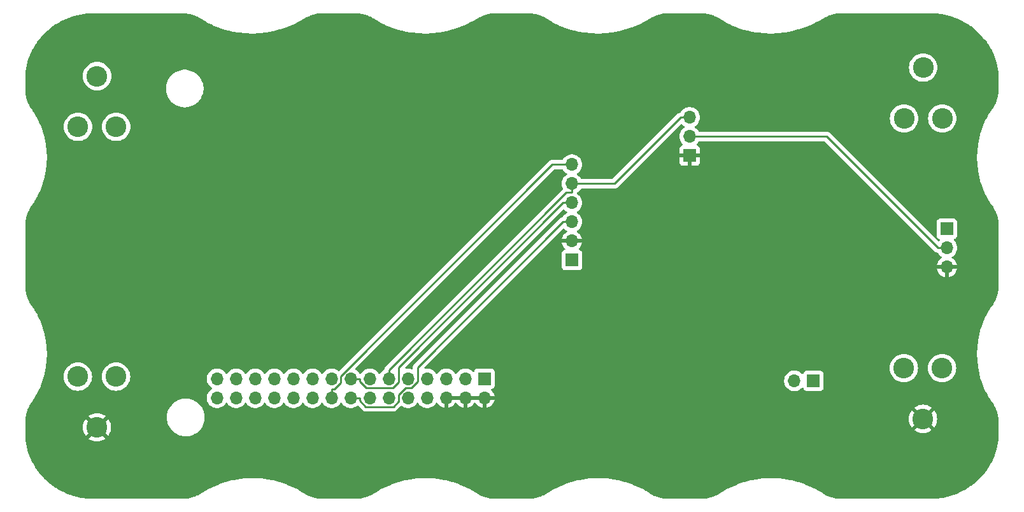
<source format=gbr>
%TF.GenerationSoftware,KiCad,Pcbnew,8.99.0-unknown-05b2b3c26e~178~ubuntu22.04.1*%
%TF.CreationDate,2024-05-07T20:45:26+09:00*%
%TF.ProjectId,bGeigieZen V4.x.x dual batteries 18500,62476569-6769-4655-9a65-6e2056342e78,V4.0.4*%
%TF.SameCoordinates,Original*%
%TF.FileFunction,Copper,L2,Bot*%
%TF.FilePolarity,Positive*%
%FSLAX46Y46*%
G04 Gerber Fmt 4.6, Leading zero omitted, Abs format (unit mm)*
G04 Created by KiCad (PCBNEW 8.99.0-unknown-05b2b3c26e~178~ubuntu22.04.1) date 2024-05-07 20:45:26*
%MOMM*%
%LPD*%
G01*
G04 APERTURE LIST*
%TA.AperFunction,ComponentPad*%
%ADD10R,1.700000X1.700000*%
%TD*%
%TA.AperFunction,ComponentPad*%
%ADD11O,1.700000X1.700000*%
%TD*%
%TA.AperFunction,ComponentPad*%
%ADD12C,2.743200*%
%TD*%
%TA.AperFunction,Conductor*%
%ADD13C,0.250000*%
%TD*%
G04 APERTURE END LIST*
D10*
%TO.P,J1,1,Pin_1*%
%TO.N,unconnected-(J1-Pin_1-Pad1)*%
X55196300Y-43451400D03*
D11*
%TO.P,J1,2,Pin_2*%
%TO.N,GND*%
X55196300Y-45991400D03*
%TO.P,J1,3,Pin_3*%
%TO.N,unconnected-(J1-Pin_3-Pad3)*%
X52656300Y-43451400D03*
%TO.P,J1,4,Pin_4*%
%TO.N,GND*%
X52656300Y-45991400D03*
%TO.P,J1,5,Pin_5*%
%TO.N,unconnected-(J1-Pin_5-Pad5)*%
X50116300Y-43451400D03*
%TO.P,J1,6,Pin_6*%
%TO.N,GND*%
X50116300Y-45991400D03*
%TO.P,J1,7,Pin_7*%
%TO.N,unconnected-(J1-Pin_7-Pad7)*%
X47576300Y-43451400D03*
%TO.P,J1,8,Pin_8*%
%TO.N,unconnected-(J1-Pin_8-Pad8)*%
X47576300Y-45991400D03*
%TO.P,J1,9,Pin_9*%
%TO.N,unconnected-(J1-Pin_9-Pad9)*%
X45036300Y-43451400D03*
%TO.P,J1,10,Pin_10*%
%TO.N,unconnected-(J1-Pin_10-Pad10)*%
X45036300Y-45991400D03*
%TO.P,J1,11,Pin_11*%
%TO.N,3.3V*%
X42496300Y-43451400D03*
%TO.P,J1,12,Pin_12*%
%TO.N,unconnected-(J1-Pin_12-Pad12)*%
X42496300Y-45991400D03*
%TO.P,J1,13,Pin_13*%
%TO.N,unconnected-(J1-Pin_13-Pad13)*%
X39956300Y-43451400D03*
%TO.P,J1,14,Pin_14*%
%TO.N,unconnected-(J1-Pin_14-Pad14)*%
X39956300Y-45991400D03*
%TO.P,J1,15,Pin_15*%
%TO.N,/RX2*%
X37416300Y-43451400D03*
%TO.P,J1,16,Pin_16*%
%TO.N,/TX2*%
X37416300Y-45991400D03*
%TO.P,J1,17,Pin_17*%
%TO.N,/SDA*%
X34876300Y-43451400D03*
%TO.P,J1,18,Pin_18*%
%TO.N,/SCL*%
X34876300Y-45991400D03*
%TO.P,J1,19,Pin_19*%
%TO.N,/GIO5*%
X32336300Y-43451400D03*
%TO.P,J1,20,Pin_20*%
%TO.N,/GIO2 on Core and GIO32 on Core-2*%
X32336300Y-45991400D03*
%TO.P,J1,21,Pin_21*%
%TO.N,/GIO13*%
X29796300Y-43451400D03*
%TO.P,J1,22,Pin_22*%
%TO.N,unconnected-(J1-Pin_22-Pad22)*%
X29796300Y-45991400D03*
%TO.P,J1,23,Pin_23*%
%TO.N,unconnected-(J1-Pin_23-Pad23)*%
X27256300Y-43451400D03*
%TO.P,J1,24,Pin_24*%
%TO.N,unconnected-(J1-Pin_24-Pad24)*%
X27256300Y-45991400D03*
%TO.P,J1,25,Pin_25*%
%TO.N,/GIO34*%
X24716300Y-43451400D03*
%TO.P,J1,26,Pin_26*%
%TO.N,unconnected-(J1-Pin_26-Pad26)*%
X24716300Y-45991400D03*
%TO.P,J1,27,Pin_27*%
%TO.N,5V*%
X22176300Y-43451400D03*
%TO.P,J1,28,Pin_28*%
%TO.N,unconnected-(J1-Pin_28-Pad28)*%
X22176300Y-45991400D03*
%TO.P,J1,29,Pin_29*%
%TO.N,/BAT*%
X19636300Y-43451400D03*
%TO.P,J1,30,Pin_30*%
%TO.N,unconnected-(J1-Pin_30-Pad30)*%
X19636300Y-45991400D03*
%TD*%
D10*
%TO.P,J3,1,Pin_1*%
%TO.N,/SDA*%
X66832300Y-27679100D03*
D11*
%TO.P,J3,2,Pin_2*%
%TO.N,GND*%
X66832300Y-25139100D03*
%TO.P,J3,3,Pin_3*%
%TO.N,/TX2*%
X66832300Y-22599100D03*
%TO.P,J3,4,Pin_4*%
%TO.N,/RX2*%
X66832300Y-20059100D03*
%TO.P,J3,5,Pin_5*%
%TO.N,3.3V*%
X66832300Y-17519100D03*
%TO.P,J3,6,Pin_6*%
%TO.N,/SCL*%
X66832300Y-14979100D03*
%TD*%
D10*
%TO.P,J5,1,Pin_1*%
%TO.N,unconnected-(J5-Pin_1-Pad1)*%
X98944400Y-43727300D03*
D11*
%TO.P,J5,2,Pin_2*%
%TO.N,unconnected-(J5-Pin_2-Pad2)*%
X96404400Y-43727300D03*
%TD*%
D10*
%TO.P,J4,1,Pin_1*%
%TO.N,GND*%
X82489400Y-13781300D03*
D11*
%TO.P,J4,2,Pin_2*%
%TO.N,/GIO2 on Core and GIO32 on Core-2*%
X82489400Y-11241300D03*
%TO.P,J4,3,Pin_3*%
%TO.N,3.3V*%
X82489400Y-8701300D03*
%TD*%
D10*
%TO.P,J2,1,Pin_1*%
%TO.N,3.3V*%
X116674200Y-23514500D03*
D11*
%TO.P,J2,2,Pin_2*%
%TO.N,/GIO2 on Core and GIO32 on Core-2*%
X116674200Y-26054500D03*
%TO.P,J2,3,Pin_3*%
%TO.N,GND*%
X116674200Y-28594500D03*
%TD*%
D12*
%TO.P,BT2,1,+*%
%TO.N,/BAT*%
X113528189Y-2097300D03*
%TO.P,BT2,2,-*%
%TO.N,GND*%
X113508189Y-48793500D03*
%TO.P,BT2,GND@2*%
%TO.N,N/C*%
X110968189Y-42045500D03*
%TO.P,BT2,GND@3*%
X116048189Y-42045500D03*
%TO.P,BT2,PWR@2*%
X110988189Y-8845300D03*
%TO.P,BT2,PWR@3*%
X116068189Y-8845300D03*
%TD*%
%TO.P,BT1,1,+*%
%TO.N,/BAT*%
X3698600Y-3223300D03*
%TO.P,BT1,2,-*%
%TO.N,GND*%
X3678600Y-49919500D03*
%TO.P,BT1,GND@2*%
%TO.N,N/C*%
X1138600Y-43171500D03*
%TO.P,BT1,GND@3*%
X6218600Y-43171500D03*
%TO.P,BT1,PWR@2*%
X1158600Y-9971300D03*
%TO.P,BT1,PWR@3*%
X6238600Y-9971300D03*
%TD*%
D13*
%TO.N,/RX2*%
X38593000Y-43817200D02*
X38593000Y-43451400D01*
X43759500Y-43939500D02*
X43032300Y-44666700D01*
X66832300Y-20059100D02*
X65655600Y-20059100D01*
X39442500Y-44666700D02*
X38593000Y-43817200D01*
X37416300Y-43451400D02*
X38593000Y-43451400D01*
X43032300Y-44666700D02*
X39442500Y-44666700D01*
X65655600Y-20059100D02*
X43759500Y-41955200D01*
X43759500Y-41955200D02*
X43759500Y-43939500D01*
%TO.N,/TX2*%
X43071800Y-47168100D02*
X39401900Y-47168100D01*
X43766300Y-45582500D02*
X43766300Y-46473600D01*
X37416300Y-45991400D02*
X38593000Y-45991400D01*
X39401900Y-47168100D02*
X38593000Y-46359200D01*
X65655600Y-22599100D02*
X46306300Y-41948400D01*
X46306300Y-43851300D02*
X45491100Y-44666500D01*
X44682300Y-44666500D02*
X43766300Y-45582500D01*
X43766300Y-46473600D02*
X43071800Y-47168100D01*
X45491100Y-44666500D02*
X44682300Y-44666500D01*
X66832300Y-22599100D02*
X65655600Y-22599100D01*
X38593000Y-46359200D02*
X38593000Y-45991400D01*
X46306300Y-41948400D02*
X46306300Y-43851300D01*
%TO.N,3.3V*%
X42496300Y-43451400D02*
X42496300Y-42274700D01*
X66832300Y-18695800D02*
X66075200Y-18695800D01*
X66832300Y-17519100D02*
X66832300Y-18695800D01*
X66075200Y-18695800D02*
X42496300Y-42274700D01*
X81312700Y-8701300D02*
X72494900Y-17519100D01*
X72494900Y-17519100D02*
X66832300Y-17519100D01*
X82489400Y-8701300D02*
X81312700Y-8701300D01*
%TO.N,/GIO2 on Core and GIO32 on Core-2*%
X115497500Y-26054500D02*
X100684300Y-11241300D01*
X100684300Y-11241300D02*
X82489400Y-11241300D01*
X116674200Y-26054500D02*
X115497500Y-26054500D01*
%TO.N,/SCL*%
X36053000Y-43139900D02*
X36053000Y-44005800D01*
X35244100Y-44814700D02*
X34876300Y-44814700D01*
X64213800Y-14979100D02*
X36053000Y-43139900D01*
X34876300Y-45991400D02*
X34876300Y-44814700D01*
X66832300Y-14979100D02*
X64213800Y-14979100D01*
X36053000Y-44005800D02*
X35244100Y-44814700D01*
%TD*%
%TA.AperFunction,Conductor*%
%TO.N,GND*%
G36*
X52190375Y-45798407D02*
G01*
X52156300Y-45925574D01*
X52156300Y-46057226D01*
X52190375Y-46184393D01*
X52225597Y-46245400D01*
X50547003Y-46245400D01*
X50582225Y-46184393D01*
X50616300Y-46057226D01*
X50616300Y-45925574D01*
X50582225Y-45798407D01*
X50547003Y-45737400D01*
X52225597Y-45737400D01*
X52190375Y-45798407D01*
G37*
%TD.AperFunction*%
%TA.AperFunction,Conductor*%
G36*
X54730375Y-45798407D02*
G01*
X54696300Y-45925574D01*
X54696300Y-46057226D01*
X54730375Y-46184393D01*
X54765597Y-46245400D01*
X53087003Y-46245400D01*
X53122225Y-46184393D01*
X53156300Y-46057226D01*
X53156300Y-45925574D01*
X53122225Y-45798407D01*
X53087003Y-45737400D01*
X54765597Y-45737400D01*
X54730375Y-45798407D01*
G37*
%TD.AperFunction*%
%TA.AperFunction,Conductor*%
G36*
X65623383Y-15632602D02*
G01*
X65660745Y-15669685D01*
X65756575Y-15816365D01*
X65756579Y-15816370D01*
X65909062Y-15982008D01*
X65963631Y-16024481D01*
X66086724Y-16120289D01*
X66119980Y-16138286D01*
X66170371Y-16188300D01*
X66185723Y-16257616D01*
X66161162Y-16324229D01*
X66119980Y-16359913D01*
X66086726Y-16377910D01*
X66086724Y-16377911D01*
X65909062Y-16516191D01*
X65756579Y-16681829D01*
X65756575Y-16681834D01*
X65633441Y-16870306D01*
X65543003Y-17076486D01*
X65543002Y-17076487D01*
X65487737Y-17294724D01*
X65487736Y-17294730D01*
X65487736Y-17294732D01*
X65471162Y-17494743D01*
X65469144Y-17519100D01*
X65487737Y-17743475D01*
X65543002Y-17961712D01*
X65543003Y-17961713D01*
X65543004Y-17961716D01*
X65564697Y-18011171D01*
X65621350Y-18140329D01*
X65630396Y-18210747D01*
X65599935Y-18274877D01*
X65595057Y-18280037D01*
X42092467Y-41782629D01*
X42004231Y-41870864D01*
X42004226Y-41870871D01*
X41934901Y-41974623D01*
X41887146Y-42089911D01*
X41866044Y-42195995D01*
X41833136Y-42258904D01*
X41802436Y-42282225D01*
X41750726Y-42310210D01*
X41750724Y-42310211D01*
X41573062Y-42448491D01*
X41420579Y-42614129D01*
X41331783Y-42750043D01*
X41277779Y-42796131D01*
X41207431Y-42805706D01*
X41143074Y-42775729D01*
X41120817Y-42750043D01*
X41043104Y-42631095D01*
X41032022Y-42614132D01*
X41032021Y-42614131D01*
X41032020Y-42614129D01*
X40907584Y-42478958D01*
X40879540Y-42448494D01*
X40879539Y-42448493D01*
X40879537Y-42448491D01*
X40797682Y-42384781D01*
X40701876Y-42310211D01*
X40503874Y-42203058D01*
X40503872Y-42203057D01*
X40503871Y-42203056D01*
X40290939Y-42129957D01*
X40290930Y-42129955D01*
X40246776Y-42122587D01*
X40068869Y-42092900D01*
X39843731Y-42092900D01*
X39695511Y-42117633D01*
X39621669Y-42129955D01*
X39621660Y-42129957D01*
X39408728Y-42203056D01*
X39408726Y-42203058D01*
X39210726Y-42310210D01*
X39210724Y-42310211D01*
X39033062Y-42448491D01*
X38880579Y-42614129D01*
X38791783Y-42750043D01*
X38737779Y-42796131D01*
X38667431Y-42805706D01*
X38603074Y-42775729D01*
X38580817Y-42750043D01*
X38503104Y-42631095D01*
X38492022Y-42614132D01*
X38492021Y-42614131D01*
X38492020Y-42614129D01*
X38367584Y-42478958D01*
X38339540Y-42448494D01*
X38339539Y-42448493D01*
X38339537Y-42448491D01*
X38166423Y-42313750D01*
X38161876Y-42310211D01*
X38061788Y-42256046D01*
X38011399Y-42206033D01*
X37996047Y-42136716D01*
X38020608Y-42070103D01*
X38032657Y-42056145D01*
X64439299Y-15649505D01*
X64501611Y-15615479D01*
X64528394Y-15612600D01*
X65555262Y-15612600D01*
X65623383Y-15632602D01*
G37*
%TD.AperFunction*%
%TA.AperFunction,Conductor*%
G36*
X65776553Y-20938216D02*
G01*
X65825220Y-20970933D01*
X65873736Y-21023634D01*
X65909062Y-21062008D01*
X65963631Y-21104481D01*
X66086724Y-21200289D01*
X66119980Y-21218286D01*
X66170371Y-21268300D01*
X66185723Y-21337616D01*
X66161162Y-21404229D01*
X66119980Y-21439913D01*
X66086726Y-21457910D01*
X66086724Y-21457911D01*
X65909062Y-21596191D01*
X65756579Y-21761829D01*
X65656931Y-21914353D01*
X65602927Y-21960441D01*
X65576030Y-21969016D01*
X65517420Y-21980674D01*
X65470815Y-21989945D01*
X65470813Y-21989945D01*
X65470812Y-21989946D01*
X65355523Y-22037701D01*
X65251771Y-22107026D01*
X65251764Y-22107031D01*
X45814231Y-41544564D01*
X45814229Y-41544567D01*
X45744900Y-41648325D01*
X45697145Y-41763615D01*
X45693363Y-41782629D01*
X45672800Y-41886003D01*
X45672800Y-42057112D01*
X45652798Y-42125233D01*
X45599142Y-42171726D01*
X45528868Y-42181830D01*
X45505888Y-42176285D01*
X45370939Y-42129957D01*
X45370930Y-42129955D01*
X45326776Y-42122587D01*
X45148869Y-42092900D01*
X44923731Y-42092900D01*
X44824324Y-42109487D01*
X44753841Y-42100970D01*
X44699151Y-42055699D01*
X44677619Y-41988046D01*
X44696081Y-41919492D01*
X44714488Y-41896115D01*
X65643428Y-20967175D01*
X65705738Y-20933151D01*
X65776553Y-20938216D01*
G37*
%TD.AperFunction*%
%TA.AperFunction,Conductor*%
G36*
X15217640Y5139123D02*
G01*
X15361203Y5129740D01*
X15365033Y5129431D01*
X15510608Y5115384D01*
X15514340Y5114966D01*
X15659264Y5096472D01*
X15663026Y5095934D01*
X15807231Y5073030D01*
X15810966Y5072378D01*
X15954352Y5045107D01*
X15958048Y5044347D01*
X16092466Y5014528D01*
X16100463Y5012754D01*
X16104171Y5011872D01*
X16245383Y4976032D01*
X16249045Y4975044D01*
X16389060Y4934966D01*
X16392680Y4933871D01*
X16465808Y4910527D01*
X16531316Y4889616D01*
X16534926Y4888403D01*
X16556346Y4880845D01*
X16672069Y4840012D01*
X16675609Y4838703D01*
X16811090Y4786235D01*
X16811103Y4786230D01*
X16814632Y4784801D01*
X16948320Y4728303D01*
X16951795Y4726773D01*
X17083656Y4666252D01*
X17087081Y4664615D01*
X17216842Y4600180D01*
X17220239Y4598428D01*
X17318929Y4545576D01*
X17347796Y4530117D01*
X17351207Y4528221D01*
X17476059Y4456297D01*
X17479957Y4453957D01*
X18219986Y3990943D01*
X18228390Y3985685D01*
X18234972Y3979989D01*
X18244471Y3975101D01*
X18253664Y3969871D01*
X18262757Y3964180D01*
X18271020Y3961436D01*
X18415486Y3887082D01*
X19034369Y3568552D01*
X19041232Y3563537D01*
X19051623Y3559210D01*
X19060844Y3554926D01*
X19070913Y3549745D01*
X19079177Y3547740D01*
X19846624Y3228250D01*
X19871011Y3218098D01*
X19878092Y3213740D01*
X19889269Y3210081D01*
X19898508Y3206651D01*
X19909435Y3202101D01*
X19917652Y3200788D01*
X20733315Y2933688D01*
X20740545Y2929970D01*
X20752429Y2927051D01*
X20761611Y2924423D01*
X20773276Y2920601D01*
X20781379Y2919935D01*
X21616192Y2714713D01*
X21623526Y2711604D01*
X21636033Y2709486D01*
X21645105Y2707604D01*
X21657471Y2704562D01*
X21665445Y2704501D01*
X22514723Y2560515D01*
X22522122Y2557992D01*
X22535127Y2556731D01*
X22544059Y2555541D01*
X22556961Y2553352D01*
X22564767Y2553854D01*
X23423810Y2470480D01*
X23431269Y2468511D01*
X23444592Y2468153D01*
X23453418Y2467606D01*
X23466759Y2466308D01*
X23474401Y2467347D01*
X24338449Y2443968D01*
X24345930Y2442538D01*
X24359471Y2443102D01*
X24368130Y2443165D01*
X24381748Y2442797D01*
X24389208Y2444341D01*
X25253574Y2480345D01*
X25261101Y2479432D01*
X25274682Y2480930D01*
X25283270Y2481581D01*
X25296962Y2482150D01*
X25304269Y2484191D01*
X26164212Y2578970D01*
X26171789Y2578570D01*
X26185270Y2580995D01*
X26193804Y2582231D01*
X26207442Y2583732D01*
X26214589Y2586266D01*
X27065413Y2739221D01*
X27073029Y2739341D01*
X27086200Y2742655D01*
X27094665Y2744479D01*
X27108081Y2746890D01*
X27115065Y2749917D01*
X27951996Y2960439D01*
X27959665Y2961088D01*
X27972446Y2965267D01*
X27980895Y2967707D01*
X27993899Y2970977D01*
X28000728Y2974513D01*
X28819089Y3242017D01*
X28826808Y3243220D01*
X28838985Y3248184D01*
X28847436Y3251282D01*
X28859916Y3255359D01*
X28866577Y3259426D01*
X29661678Y3583338D01*
X29669419Y3585125D01*
X29680845Y3590783D01*
X29689253Y3594571D01*
X29701104Y3599397D01*
X29707566Y3604012D01*
X30474657Y3983741D01*
X30482399Y3986143D01*
X30492981Y3992413D01*
X30501341Y3996950D01*
X30512416Y4002430D01*
X30518653Y4007621D01*
X31270175Y4452763D01*
X31277558Y4456807D01*
X31536408Y4587581D01*
X31539980Y4589314D01*
X31806853Y4713437D01*
X31810204Y4714935D01*
X31944389Y4772595D01*
X31946867Y4773627D01*
X32082826Y4828462D01*
X32085652Y4829561D01*
X32222474Y4880859D01*
X32225620Y4881990D01*
X32363499Y4929499D01*
X32366928Y4930626D01*
X32505799Y4973996D01*
X32509494Y4975086D01*
X32649299Y5013971D01*
X32653353Y5015025D01*
X32794044Y5049092D01*
X32798454Y5050075D01*
X32940013Y5079000D01*
X32944702Y5079865D01*
X33087153Y5103327D01*
X33092180Y5104051D01*
X33235481Y5121724D01*
X33240815Y5122265D01*
X33361536Y5131950D01*
X33384980Y5133831D01*
X33390552Y5134153D01*
X33532947Y5139191D01*
X33536340Y5139311D01*
X33540795Y5139390D01*
X38193043Y5139390D01*
X38201259Y5139122D01*
X38220514Y5137864D01*
X38344819Y5129741D01*
X38348654Y5129431D01*
X38494200Y5115387D01*
X38497988Y5114962D01*
X38642883Y5096471D01*
X38646665Y5095930D01*
X38790842Y5073031D01*
X38794566Y5072382D01*
X38937973Y5045107D01*
X38941669Y5044347D01*
X39076087Y5014528D01*
X39084084Y5012754D01*
X39087792Y5011872D01*
X39229004Y4976032D01*
X39232666Y4975044D01*
X39372681Y4934966D01*
X39376301Y4933871D01*
X39449273Y4910577D01*
X39514938Y4889616D01*
X39518548Y4888403D01*
X39539968Y4880845D01*
X39655691Y4840012D01*
X39659250Y4838695D01*
X39794709Y4786235D01*
X39798252Y4784801D01*
X39830728Y4771077D01*
X39931928Y4728310D01*
X39931957Y4728298D01*
X39935414Y4726775D01*
X40067250Y4666265D01*
X40070698Y4664618D01*
X40200464Y4600180D01*
X40203861Y4598428D01*
X40331409Y4530122D01*
X40334814Y4528230D01*
X40434470Y4470821D01*
X40459641Y4456321D01*
X40463569Y4453962D01*
X41203605Y3990943D01*
X41212009Y3985685D01*
X41218591Y3979989D01*
X41228090Y3975101D01*
X41237283Y3969871D01*
X41246376Y3964180D01*
X41254639Y3961436D01*
X41399105Y3887082D01*
X42017988Y3568552D01*
X42024851Y3563537D01*
X42035242Y3559210D01*
X42044463Y3554926D01*
X42054532Y3549745D01*
X42062796Y3547740D01*
X42830243Y3228250D01*
X42854630Y3218098D01*
X42861711Y3213740D01*
X42872888Y3210081D01*
X42882127Y3206651D01*
X42893055Y3202101D01*
X42901271Y3200787D01*
X43020955Y3161595D01*
X43716933Y2933688D01*
X43724162Y2929971D01*
X43736036Y2927054D01*
X43745218Y2924426D01*
X43756892Y2920601D01*
X43764996Y2919935D01*
X44599810Y2714713D01*
X44607144Y2711604D01*
X44619651Y2709486D01*
X44628723Y2707604D01*
X44641089Y2704562D01*
X44649063Y2704501D01*
X45498341Y2560515D01*
X45505740Y2557992D01*
X45518745Y2556731D01*
X45527677Y2555541D01*
X45540579Y2553352D01*
X45548385Y2553854D01*
X46407427Y2470480D01*
X46414886Y2468511D01*
X46428209Y2468153D01*
X46437035Y2467606D01*
X46450376Y2466308D01*
X46458018Y2467347D01*
X47322066Y2443968D01*
X47329547Y2442538D01*
X47343088Y2443102D01*
X47351747Y2443165D01*
X47365365Y2442797D01*
X47372825Y2444341D01*
X48237191Y2480345D01*
X48244718Y2479432D01*
X48258299Y2480930D01*
X48266887Y2481581D01*
X48280579Y2482150D01*
X48287886Y2484191D01*
X49147829Y2578970D01*
X49155406Y2578570D01*
X49168887Y2580995D01*
X49177421Y2582231D01*
X49191059Y2583732D01*
X49198206Y2586266D01*
X50049030Y2739221D01*
X50056646Y2739341D01*
X50069817Y2742655D01*
X50078282Y2744479D01*
X50091698Y2746890D01*
X50098682Y2749917D01*
X50935612Y2960439D01*
X50943281Y2961088D01*
X50956062Y2965267D01*
X50964511Y2967707D01*
X50977515Y2970977D01*
X50984344Y2974513D01*
X51802705Y3242017D01*
X51810423Y3243220D01*
X51822600Y3248184D01*
X51831051Y3251282D01*
X51843534Y3255360D01*
X51850197Y3259427D01*
X52213665Y3407499D01*
X52645287Y3583336D01*
X52653030Y3585123D01*
X52664459Y3590783D01*
X52672867Y3594571D01*
X52684718Y3599397D01*
X52691180Y3604012D01*
X53458270Y3983741D01*
X53466012Y3986143D01*
X53476594Y3992413D01*
X53484954Y3996950D01*
X53496029Y4002430D01*
X53502266Y4007621D01*
X54253774Y4452754D01*
X54261131Y4456786D01*
X54520048Y4587593D01*
X54523595Y4589314D01*
X54790470Y4713437D01*
X54793840Y4714943D01*
X54927974Y4772581D01*
X54930514Y4773639D01*
X55066442Y4828462D01*
X55069267Y4829561D01*
X55206091Y4880860D01*
X55209196Y4881977D01*
X55347173Y4929519D01*
X55350545Y4930626D01*
X55489434Y4974001D01*
X55493095Y4975081D01*
X55632917Y5013971D01*
X55636972Y5015025D01*
X55777663Y5049092D01*
X55782072Y5050075D01*
X55923633Y5079000D01*
X55928322Y5079865D01*
X56070773Y5103327D01*
X56075800Y5104051D01*
X56219101Y5121724D01*
X56224434Y5122265D01*
X56345342Y5131965D01*
X56368600Y5133831D01*
X56374172Y5134153D01*
X56516567Y5139191D01*
X56519960Y5139311D01*
X56524415Y5139390D01*
X61176663Y5139390D01*
X61184879Y5139123D01*
X61328442Y5129740D01*
X61332272Y5129431D01*
X61477847Y5115384D01*
X61481579Y5114966D01*
X61626483Y5096474D01*
X61630291Y5095929D01*
X61774462Y5073031D01*
X61778192Y5072381D01*
X61921591Y5045107D01*
X61925287Y5044347D01*
X62067701Y5012754D01*
X62071409Y5011872D01*
X62212621Y4976032D01*
X62216283Y4975044D01*
X62356298Y4934966D01*
X62359918Y4933871D01*
X62433046Y4910527D01*
X62498554Y4889616D01*
X62502164Y4888403D01*
X62520336Y4881991D01*
X62639306Y4840012D01*
X62642846Y4838703D01*
X62729849Y4805009D01*
X62778324Y4786236D01*
X62781869Y4784801D01*
X62811990Y4772072D01*
X62907469Y4731722D01*
X62915560Y4728303D01*
X62919072Y4726755D01*
X63050851Y4666271D01*
X63054326Y4664611D01*
X63184078Y4600180D01*
X63187475Y4598428D01*
X63315055Y4530105D01*
X63318420Y4528235D01*
X63443469Y4456197D01*
X63447359Y4453861D01*
X64187233Y3990943D01*
X64195637Y3985685D01*
X64202219Y3979989D01*
X64211718Y3975101D01*
X64220911Y3969871D01*
X64230004Y3964180D01*
X64238267Y3961436D01*
X64377164Y3889948D01*
X64972892Y3583335D01*
X65001617Y3568551D01*
X65008486Y3563531D01*
X65018850Y3559217D01*
X65028096Y3554921D01*
X65038147Y3549748D01*
X65046421Y3547740D01*
X65838262Y3218095D01*
X65845348Y3213734D01*
X65856501Y3210084D01*
X65865760Y3206647D01*
X65876653Y3202110D01*
X65884873Y3200794D01*
X65928122Y3186632D01*
X66700565Y2933684D01*
X66707793Y2929968D01*
X66719665Y2927051D01*
X66728847Y2924423D01*
X66740521Y2920598D01*
X66748625Y2919932D01*
X67583440Y2714710D01*
X67590774Y2711601D01*
X67603281Y2709483D01*
X67612353Y2707601D01*
X67624719Y2704559D01*
X67632693Y2704498D01*
X68481973Y2560511D01*
X68489371Y2557987D01*
X68502375Y2556727D01*
X68511307Y2555537D01*
X68524209Y2553348D01*
X68532015Y2553850D01*
X69391058Y2470475D01*
X69398517Y2468506D01*
X69411840Y2468148D01*
X69420666Y2467601D01*
X69434007Y2466303D01*
X69441648Y2467342D01*
X70305696Y2443962D01*
X70313178Y2442532D01*
X70326719Y2443096D01*
X70335378Y2443159D01*
X70348996Y2442791D01*
X70356456Y2444335D01*
X71220823Y2480339D01*
X71228350Y2479426D01*
X71241931Y2480924D01*
X71250519Y2481575D01*
X71264211Y2482144D01*
X71271518Y2484185D01*
X72131459Y2578963D01*
X72139037Y2578563D01*
X72152518Y2580988D01*
X72161052Y2582224D01*
X72174690Y2583725D01*
X72181837Y2586259D01*
X73032662Y2739214D01*
X73040278Y2739334D01*
X73053449Y2742648D01*
X73061914Y2744472D01*
X73075327Y2746883D01*
X73082308Y2749908D01*
X73919246Y2960433D01*
X73926915Y2961082D01*
X73939694Y2965261D01*
X73948143Y2967701D01*
X73961146Y2970970D01*
X73967971Y2974505D01*
X74786338Y3242012D01*
X74794056Y3243215D01*
X74806233Y3248179D01*
X74814684Y3251277D01*
X74827164Y3255354D01*
X74833825Y3259421D01*
X75628926Y3583333D01*
X75636667Y3585120D01*
X75648093Y3590778D01*
X75656501Y3594566D01*
X75668351Y3599392D01*
X75674812Y3604006D01*
X76441904Y3983738D01*
X76449646Y3986140D01*
X76460229Y3992411D01*
X76468589Y3996948D01*
X76479664Y4002428D01*
X76485901Y4007619D01*
X77237453Y4452781D01*
X77244830Y4456824D01*
X77503641Y4587578D01*
X77507287Y4589345D01*
X77774093Y4713437D01*
X77777444Y4714935D01*
X77911597Y4772581D01*
X77914138Y4773639D01*
X78050065Y4828462D01*
X78052890Y4829561D01*
X78189715Y4880859D01*
X78192820Y4881977D01*
X78330797Y4929519D01*
X78334169Y4930626D01*
X78473058Y4974001D01*
X78476719Y4975081D01*
X78616556Y5013975D01*
X78620582Y5015022D01*
X78761288Y5049092D01*
X78765697Y5050075D01*
X78907258Y5079000D01*
X78911947Y5079865D01*
X79054398Y5103327D01*
X79059425Y5104051D01*
X79202726Y5121724D01*
X79208060Y5122265D01*
X79328968Y5131965D01*
X79352226Y5133831D01*
X79357798Y5134153D01*
X79500121Y5139189D01*
X79503587Y5139311D01*
X79508042Y5139390D01*
X84160283Y5139390D01*
X84168499Y5139123D01*
X84312062Y5129740D01*
X84315892Y5129431D01*
X84461467Y5115384D01*
X84465199Y5114966D01*
X84610121Y5096472D01*
X84613884Y5095934D01*
X84758089Y5073030D01*
X84761824Y5072378D01*
X84905210Y5045107D01*
X84908906Y5044347D01*
X85043324Y5014528D01*
X85051321Y5012754D01*
X85055029Y5011872D01*
X85196241Y4976032D01*
X85199903Y4975044D01*
X85339918Y4934966D01*
X85343538Y4933871D01*
X85416666Y4910527D01*
X85482174Y4889616D01*
X85485784Y4888403D01*
X85503956Y4881991D01*
X85622926Y4840012D01*
X85626466Y4838703D01*
X85761959Y4786231D01*
X85765490Y4784801D01*
X85899177Y4728303D01*
X85902652Y4726773D01*
X86034502Y4666257D01*
X86037924Y4664623D01*
X86135565Y4616136D01*
X86167687Y4600185D01*
X86171131Y4598408D01*
X86298652Y4530117D01*
X86302041Y4528235D01*
X86427093Y4456195D01*
X86430967Y4453869D01*
X87170853Y3990943D01*
X87179257Y3985685D01*
X87185839Y3979989D01*
X87195338Y3975101D01*
X87204531Y3969871D01*
X87213624Y3964180D01*
X87221887Y3961436D01*
X87366353Y3887082D01*
X87985236Y3568552D01*
X87992099Y3563537D01*
X88002490Y3559210D01*
X88011711Y3554926D01*
X88021780Y3549745D01*
X88030044Y3547740D01*
X88797492Y3228250D01*
X88821879Y3218098D01*
X88828960Y3213740D01*
X88840137Y3210081D01*
X88849376Y3206651D01*
X88860303Y3202101D01*
X88868520Y3200788D01*
X89684183Y2933688D01*
X89691413Y2929970D01*
X89703297Y2927051D01*
X89712479Y2924423D01*
X89724144Y2920601D01*
X89732247Y2919935D01*
X90567061Y2714713D01*
X90574395Y2711604D01*
X90586902Y2709486D01*
X90595974Y2707604D01*
X90608340Y2704562D01*
X90616314Y2704501D01*
X91465593Y2560515D01*
X91472992Y2557992D01*
X91485997Y2556731D01*
X91494929Y2555541D01*
X91507831Y2553352D01*
X91515637Y2553854D01*
X92374680Y2470480D01*
X92382139Y2468511D01*
X92395462Y2468153D01*
X92404288Y2467606D01*
X92417629Y2466308D01*
X92425271Y2467347D01*
X93289320Y2443968D01*
X93296801Y2442538D01*
X93310342Y2443102D01*
X93319001Y2443165D01*
X93332619Y2442797D01*
X93340079Y2444341D01*
X94204446Y2480345D01*
X94211973Y2479432D01*
X94225554Y2480930D01*
X94234142Y2481581D01*
X94247834Y2482150D01*
X94255141Y2484191D01*
X95115083Y2578970D01*
X95122660Y2578570D01*
X95136141Y2580995D01*
X95144675Y2582231D01*
X95158313Y2583732D01*
X95165460Y2586266D01*
X96016285Y2739221D01*
X96023901Y2739341D01*
X96037072Y2742655D01*
X96045537Y2744479D01*
X96058953Y2746890D01*
X96065937Y2749917D01*
X96902867Y2960439D01*
X96910536Y2961088D01*
X96923317Y2965267D01*
X96931766Y2967707D01*
X96944770Y2970977D01*
X96951599Y2974513D01*
X97769960Y3242017D01*
X97777678Y3243220D01*
X97789855Y3248184D01*
X97798306Y3251282D01*
X97810786Y3255359D01*
X97817447Y3259426D01*
X98612548Y3583338D01*
X98620289Y3585125D01*
X98631715Y3590783D01*
X98640123Y3594571D01*
X98651974Y3599397D01*
X98658436Y3604012D01*
X99425526Y3983741D01*
X99433268Y3986143D01*
X99443850Y3992413D01*
X99452210Y3996950D01*
X99463285Y4002430D01*
X99469522Y4007621D01*
X100221048Y4452766D01*
X100228402Y4456796D01*
X100487288Y4587583D01*
X100490874Y4589323D01*
X100757758Y4713447D01*
X100761059Y4714923D01*
X100895232Y4772576D01*
X100897774Y4773635D01*
X101033686Y4828453D01*
X101036415Y4829515D01*
X101173430Y4880883D01*
X101176451Y4881970D01*
X101314342Y4929485D01*
X101317811Y4930625D01*
X101456655Y4973986D01*
X101460366Y4975081D01*
X101600168Y5013967D01*
X101604217Y5015020D01*
X101744960Y5049100D01*
X101749266Y5050061D01*
X101890891Y5078998D01*
X101895592Y5079865D01*
X102038080Y5103334D01*
X102043054Y5104049D01*
X102186360Y5121724D01*
X102191627Y5122260D01*
X102335889Y5133833D01*
X102341422Y5134152D01*
X102487208Y5139311D01*
X102491664Y5139390D01*
X114471671Y5139390D01*
X114472495Y5139387D01*
X114483954Y5139313D01*
X114483955Y5139312D01*
X114936252Y5136353D01*
X114943016Y5136125D01*
X115383737Y5109359D01*
X115390411Y5108775D01*
X115826916Y5058825D01*
X115833430Y5057906D01*
X116140724Y5006314D01*
X116265042Y4985442D01*
X116271413Y4984203D01*
X116317594Y4973980D01*
X116697464Y4889889D01*
X116703609Y4888363D01*
X117123317Y4772884D01*
X117129276Y4771084D01*
X117541992Y4635094D01*
X117547765Y4633034D01*
X117952735Y4477216D01*
X117958322Y4474910D01*
X118318917Y4315786D01*
X118354751Y4299973D01*
X118360181Y4297421D01*
X118747437Y4104006D01*
X118752678Y4101232D01*
X119129946Y3890068D01*
X119135001Y3887082D01*
X119501674Y3658790D01*
X119506549Y3655596D01*
X119861836Y3410896D01*
X119866533Y3407499D01*
X120209706Y3147082D01*
X120214231Y3143482D01*
X120544580Y2868026D01*
X120548933Y2864223D01*
X120685591Y2739213D01*
X120860772Y2578963D01*
X120865692Y2574463D01*
X120869873Y2570459D01*
X120959095Y2480965D01*
X121172377Y2267032D01*
X121176394Y2262811D01*
X121463860Y1946479D01*
X121467708Y1942042D01*
X121700217Y1660908D01*
X121733418Y1620763D01*
X121739465Y1613452D01*
X121743139Y1608791D01*
X121998460Y1268648D01*
X122001953Y1263755D01*
X122240082Y912820D01*
X122243379Y907699D01*
X122463677Y546568D01*
X122466765Y541213D01*
X122668453Y170691D01*
X122671335Y165063D01*
X122853741Y-214193D01*
X122856388Y-220077D01*
X123018807Y-607381D01*
X123021195Y-613520D01*
X123162931Y-1008169D01*
X123165036Y-1014562D01*
X123285399Y-1415896D01*
X123287194Y-1422536D01*
X123385477Y-1829830D01*
X123386934Y-1836701D01*
X123462450Y-2249291D01*
X123463539Y-2256375D01*
X123515603Y-2673623D01*
X123516297Y-2680893D01*
X123544208Y-3102104D01*
X123544481Y-3109525D01*
X123546085Y-3331649D01*
X123547457Y-3521809D01*
X123547648Y-3548189D01*
X123547651Y-3549099D01*
X123547651Y-5254177D01*
X123547333Y-5263121D01*
X123537609Y-5399763D01*
X123537237Y-5403989D01*
X123522648Y-5542797D01*
X123522137Y-5546980D01*
X123502917Y-5685206D01*
X123502272Y-5689339D01*
X123478465Y-5826902D01*
X123477689Y-5830988D01*
X123449326Y-5967830D01*
X123448420Y-5971866D01*
X123415575Y-6107729D01*
X123414543Y-6111713D01*
X123377243Y-6246558D01*
X123376086Y-6250490D01*
X123334386Y-6384158D01*
X123333107Y-6388036D01*
X123287045Y-6520433D01*
X123285644Y-6524258D01*
X123235294Y-6655182D01*
X123233774Y-6658952D01*
X123179158Y-6788348D01*
X123177519Y-6792062D01*
X123118679Y-6919813D01*
X123116922Y-6923473D01*
X123053947Y-7049362D01*
X123052073Y-7052961D01*
X122984962Y-7176969D01*
X122982970Y-7180513D01*
X122911803Y-7302446D01*
X122909694Y-7305929D01*
X122835484Y-7424129D01*
X122831349Y-7430302D01*
X122589057Y-7769972D01*
X122585285Y-7773676D01*
X122575711Y-7788379D01*
X122575711Y-7788380D01*
X122574900Y-7789624D01*
X122571925Y-7793990D01*
X122560865Y-7809503D01*
X122558796Y-7814374D01*
X122343847Y-8144699D01*
X122339004Y-8149986D01*
X122331781Y-8162785D01*
X122327669Y-8169562D01*
X122319672Y-8181853D01*
X122317219Y-8188591D01*
X121905249Y-8918729D01*
X121899902Y-8925497D01*
X121895329Y-8935439D01*
X121890607Y-8944681D01*
X121885236Y-8954202D01*
X121882888Y-8962498D01*
X121533919Y-9721537D01*
X121529217Y-9728615D01*
X121525376Y-9739136D01*
X121521506Y-9748538D01*
X121516808Y-9758759D01*
X121515167Y-9767108D01*
X121229769Y-10549233D01*
X121225696Y-10556577D01*
X121222618Y-10567677D01*
X121219578Y-10577164D01*
X121215615Y-10588031D01*
X121214662Y-10596378D01*
X120992757Y-11396971D01*
X120989314Y-11404531D01*
X120987064Y-11416082D01*
X120984819Y-11425613D01*
X120981674Y-11436967D01*
X120981384Y-11445272D01*
X120822912Y-12259747D01*
X120820089Y-12267490D01*
X120818719Y-12279346D01*
X120817237Y-12288921D01*
X120814953Y-12300666D01*
X120815307Y-12308902D01*
X120720235Y-13132622D01*
X120718026Y-13140527D01*
X120717567Y-13152525D01*
X120716829Y-13162148D01*
X120715448Y-13174116D01*
X120716429Y-13182264D01*
X120684738Y-14010599D01*
X120683144Y-14018625D01*
X120683603Y-14030702D01*
X120683603Y-14040267D01*
X120683142Y-14052389D01*
X120684739Y-14060417D01*
X120716424Y-14888741D01*
X120715446Y-14896881D01*
X120716826Y-14908863D01*
X120717559Y-14918420D01*
X120718026Y-14930549D01*
X120720242Y-14938453D01*
X120815300Y-15762114D01*
X120814949Y-15770357D01*
X120817223Y-15782047D01*
X120818709Y-15791649D01*
X120820079Y-15803517D01*
X120822909Y-15811270D01*
X120981375Y-16625747D01*
X120981668Y-16634056D01*
X120984803Y-16645373D01*
X120987054Y-16654935D01*
X120989304Y-16666496D01*
X120992756Y-16674066D01*
X121214657Y-17474669D01*
X121215614Y-17483021D01*
X121219558Y-17493836D01*
X121222598Y-17503322D01*
X121225690Y-17514471D01*
X121229770Y-17521820D01*
X121515154Y-18303924D01*
X121516797Y-18312273D01*
X121521485Y-18322475D01*
X121525350Y-18331865D01*
X121529224Y-18342476D01*
X121533937Y-18349559D01*
X121882885Y-19108565D01*
X121885236Y-19116861D01*
X121890594Y-19126359D01*
X121895322Y-19135613D01*
X121899901Y-19145571D01*
X121905250Y-19152336D01*
X122290273Y-19834724D01*
X122317228Y-19882496D01*
X122319688Y-19889248D01*
X122327667Y-19901509D01*
X122331800Y-19908322D01*
X122339015Y-19921111D01*
X122343866Y-19926403D01*
X122558804Y-20256718D01*
X122560883Y-20261607D01*
X122571903Y-20277059D01*
X122574916Y-20281479D01*
X122575648Y-20282605D01*
X122585327Y-20297475D01*
X122589116Y-20301190D01*
X122829673Y-20638432D01*
X122836295Y-20648742D01*
X122977042Y-20893246D01*
X122978578Y-20895993D01*
X123046645Y-21021380D01*
X123047839Y-21023634D01*
X123113522Y-21150701D01*
X123114822Y-21153289D01*
X123177363Y-21281413D01*
X123178745Y-21284339D01*
X123237769Y-21413643D01*
X123239215Y-21416936D01*
X123294211Y-21547225D01*
X123295714Y-21550950D01*
X123346243Y-21682182D01*
X123347756Y-21686325D01*
X123393405Y-21818504D01*
X123394889Y-21823085D01*
X123435208Y-21956101D01*
X123436620Y-21961133D01*
X123471202Y-22094987D01*
X123472491Y-22100479D01*
X123500738Y-22234287D01*
X123500921Y-22235150D01*
X123502027Y-22241092D01*
X123502219Y-22242277D01*
X123523899Y-22376580D01*
X123524763Y-22382966D01*
X123539655Y-22519176D01*
X123540212Y-22525964D01*
X123547735Y-22663007D01*
X123547924Y-22670157D01*
X123547705Y-22783424D01*
X123547636Y-22783783D01*
X123547636Y-31378873D01*
X123547318Y-31387817D01*
X123537594Y-31524459D01*
X123537222Y-31528685D01*
X123522632Y-31667501D01*
X123522121Y-31671684D01*
X123502898Y-31809932D01*
X123502253Y-31814066D01*
X123478448Y-31951612D01*
X123477672Y-31955698D01*
X123449311Y-32092527D01*
X123448405Y-32096562D01*
X123415556Y-32232438D01*
X123414523Y-32236423D01*
X123377224Y-32371259D01*
X123376067Y-32375192D01*
X123334360Y-32508877D01*
X123333081Y-32512755D01*
X123287026Y-32645127D01*
X123285626Y-32648950D01*
X123235258Y-32779922D01*
X123233737Y-32783694D01*
X123179113Y-32913103D01*
X123177474Y-32916818D01*
X123118653Y-33044519D01*
X123116897Y-33048175D01*
X123053908Y-33174094D01*
X123052033Y-33177696D01*
X122984946Y-33301655D01*
X122982955Y-33305197D01*
X122911753Y-33427189D01*
X122909643Y-33430673D01*
X122835456Y-33548835D01*
X122831323Y-33555007D01*
X122589025Y-33894687D01*
X122585249Y-33898395D01*
X122574879Y-33914323D01*
X122571884Y-33918717D01*
X122560840Y-33934207D01*
X122558769Y-33939081D01*
X122343824Y-34269408D01*
X122338984Y-34274691D01*
X122331757Y-34287493D01*
X122327664Y-34294240D01*
X122319642Y-34306574D01*
X122317191Y-34313308D01*
X121905228Y-35043441D01*
X121899880Y-35050209D01*
X121895307Y-35060152D01*
X121890585Y-35069394D01*
X121885214Y-35078916D01*
X121882865Y-35087212D01*
X121533900Y-35846248D01*
X121529197Y-35853327D01*
X121525356Y-35863849D01*
X121521486Y-35873251D01*
X121516789Y-35883471D01*
X121515147Y-35891822D01*
X121229751Y-36673947D01*
X121225678Y-36681291D01*
X121222600Y-36692391D01*
X121219558Y-36701881D01*
X121215599Y-36712737D01*
X121214645Y-36721090D01*
X120992743Y-37521682D01*
X120989300Y-37529242D01*
X120987050Y-37540793D01*
X120984805Y-37550324D01*
X120981660Y-37561678D01*
X120981370Y-37569983D01*
X120822899Y-38384456D01*
X120820076Y-38392199D01*
X120818706Y-38404055D01*
X120817224Y-38413630D01*
X120814940Y-38425375D01*
X120815294Y-38433610D01*
X120720224Y-39257328D01*
X120718015Y-39265233D01*
X120717556Y-39277232D01*
X120716818Y-39286855D01*
X120715437Y-39298823D01*
X120716418Y-39306971D01*
X120684728Y-40135306D01*
X120683134Y-40143332D01*
X120683593Y-40155409D01*
X120683593Y-40164974D01*
X120683132Y-40177097D01*
X120684729Y-40185123D01*
X120716413Y-41013446D01*
X120715435Y-41021586D01*
X120716815Y-41033568D01*
X120717548Y-41043125D01*
X120718015Y-41055254D01*
X120720231Y-41063158D01*
X120815289Y-41886819D01*
X120814938Y-41895062D01*
X120817212Y-41906752D01*
X120818698Y-41916354D01*
X120820068Y-41928223D01*
X120822898Y-41935977D01*
X120981362Y-42750449D01*
X120981654Y-42758755D01*
X120984789Y-42770070D01*
X120987037Y-42779619D01*
X120989293Y-42791204D01*
X120992742Y-42798769D01*
X121127421Y-43284684D01*
X121214642Y-43599375D01*
X121215599Y-43607727D01*
X121219543Y-43618542D01*
X121222583Y-43628028D01*
X121225675Y-43639177D01*
X121229755Y-43646526D01*
X121515144Y-44428651D01*
X121516789Y-44437000D01*
X121521469Y-44447184D01*
X121525339Y-44456587D01*
X121529199Y-44467161D01*
X121533906Y-44474239D01*
X121723238Y-44886063D01*
X121882867Y-45233281D01*
X121885222Y-45241588D01*
X121890556Y-45251040D01*
X121895305Y-45260336D01*
X121899870Y-45270266D01*
X121905226Y-45277042D01*
X122317195Y-46007201D01*
X122319650Y-46013941D01*
X122327634Y-46026213D01*
X122331752Y-46033003D01*
X122338964Y-46045784D01*
X122343812Y-46051077D01*
X122558604Y-46381175D01*
X122558778Y-46381441D01*
X122560861Y-46386341D01*
X122571872Y-46401777D01*
X122574907Y-46406230D01*
X122585289Y-46422187D01*
X122589086Y-46425910D01*
X122831596Y-46765897D01*
X122835288Y-46771371D01*
X122910524Y-46889482D01*
X122912788Y-46893176D01*
X122981711Y-47010150D01*
X122984324Y-47014585D01*
X122986457Y-47018353D01*
X123053710Y-47142024D01*
X123055694Y-47145825D01*
X123118567Y-47271446D01*
X123120403Y-47275273D01*
X123178980Y-47402876D01*
X123180670Y-47406726D01*
X123234905Y-47536088D01*
X123236452Y-47539955D01*
X123286347Y-47670948D01*
X123287752Y-47674828D01*
X123333303Y-47807305D01*
X123334572Y-47811199D01*
X123375788Y-47945066D01*
X123376920Y-47948968D01*
X123413783Y-48084039D01*
X123414783Y-48087948D01*
X123447288Y-48224072D01*
X123448158Y-48227987D01*
X123476310Y-48365053D01*
X123477050Y-48368971D01*
X123500843Y-48506816D01*
X123501457Y-48510742D01*
X123520887Y-48649235D01*
X123521375Y-48653163D01*
X123536441Y-48792156D01*
X123536805Y-48796089D01*
X123547266Y-48932343D01*
X123547636Y-48941988D01*
X123547636Y-50741700D01*
X123547633Y-50742611D01*
X123547592Y-50748197D01*
X123547592Y-50748198D01*
X123547227Y-50798760D01*
X123544464Y-51181114D01*
X123544191Y-51188535D01*
X123516282Y-51609684D01*
X123515588Y-51616953D01*
X123463532Y-52034141D01*
X123462443Y-52041224D01*
X123386940Y-52453753D01*
X123385484Y-52460624D01*
X123287207Y-52867913D01*
X123285412Y-52874551D01*
X123165070Y-53275844D01*
X123162965Y-53282237D01*
X123021252Y-53676853D01*
X123018865Y-53682992D01*
X122856464Y-54070282D01*
X122853818Y-54076165D01*
X122671434Y-54455415D01*
X122668551Y-54461042D01*
X122466876Y-54831576D01*
X122463776Y-54836953D01*
X122243526Y-55198044D01*
X122240223Y-55203175D01*
X122002109Y-55554124D01*
X121998617Y-55559016D01*
X121743335Y-55899144D01*
X121739661Y-55903805D01*
X121467929Y-56232403D01*
X121464082Y-56236841D01*
X121176635Y-56553186D01*
X121172618Y-56557407D01*
X120870129Y-56860852D01*
X120865943Y-56864862D01*
X120549204Y-57154637D01*
X120544850Y-57158440D01*
X120214541Y-57433888D01*
X120210017Y-57437488D01*
X119866824Y-57697945D01*
X119862126Y-57701343D01*
X119506891Y-57946028D01*
X119502016Y-57949223D01*
X119135333Y-58177538D01*
X119130276Y-58180525D01*
X118752992Y-58391706D01*
X118747750Y-58394480D01*
X118360512Y-58587891D01*
X118355081Y-58590444D01*
X117958641Y-58765385D01*
X117953017Y-58767706D01*
X117548077Y-58923507D01*
X117542260Y-58925583D01*
X117129586Y-59061546D01*
X117123579Y-59063361D01*
X116703872Y-59178822D01*
X116697678Y-59180358D01*
X116271641Y-59274646D01*
X116265268Y-59275885D01*
X115833627Y-59348324D01*
X115827088Y-59349246D01*
X115390539Y-59399166D01*
X115383850Y-59399751D01*
X114943089Y-59426477D01*
X114936275Y-59426705D01*
X114493408Y-59429558D01*
X114492596Y-59429561D01*
X102493666Y-59429561D01*
X102485522Y-59429298D01*
X102462640Y-59427816D01*
X102430279Y-59425720D01*
X102341918Y-59419997D01*
X102338028Y-59419684D01*
X102192606Y-59405731D01*
X102188749Y-59405301D01*
X102043836Y-59386878D01*
X102040014Y-59386332D01*
X101895883Y-59363501D01*
X101892115Y-59362845D01*
X101819948Y-59349146D01*
X101748774Y-59335635D01*
X101745024Y-59334864D01*
X101602658Y-59303329D01*
X101598941Y-59302446D01*
X101457698Y-59266635D01*
X101454015Y-59265642D01*
X101314024Y-59225602D01*
X101310386Y-59224502D01*
X101220585Y-59195852D01*
X101171773Y-59180279D01*
X101168159Y-59179065D01*
X101031027Y-59130696D01*
X101027443Y-59129371D01*
X100891983Y-59076921D01*
X100888435Y-59075484D01*
X100754759Y-59018997D01*
X100751277Y-59017463D01*
X100619428Y-58956945D01*
X100616006Y-58955310D01*
X100613251Y-58953942D01*
X100518085Y-58906679D01*
X100486299Y-58890893D01*
X100482851Y-58889114D01*
X100391679Y-58840279D01*
X100355321Y-58820804D01*
X100351918Y-58818913D01*
X100351642Y-58818754D01*
X100259998Y-58765946D01*
X100226886Y-58746866D01*
X100222981Y-58744521D01*
X99969571Y-58586029D01*
X99474744Y-58276546D01*
X99468304Y-58270954D01*
X99458322Y-58265786D01*
X99449446Y-58260724D01*
X99439968Y-58254796D01*
X99431882Y-58252097D01*
X98667845Y-57856536D01*
X98661132Y-57851591D01*
X98650337Y-57847036D01*
X98641413Y-57842852D01*
X98631072Y-57837500D01*
X98622988Y-57835498D01*
X97829788Y-57500884D01*
X97822864Y-57496565D01*
X97811297Y-57492690D01*
X97802371Y-57489319D01*
X97791192Y-57484605D01*
X97783146Y-57483263D01*
X96965663Y-57209552D01*
X96958568Y-57205834D01*
X96946373Y-57202731D01*
X96937462Y-57200110D01*
X96925580Y-57196133D01*
X96917595Y-57195412D01*
X96586300Y-57111155D01*
X96080676Y-56982561D01*
X96073431Y-56979418D01*
X96060745Y-56977152D01*
X96051856Y-56975231D01*
X96039416Y-56972068D01*
X96031519Y-56971935D01*
X95180043Y-56819920D01*
X95172684Y-56817335D01*
X95159581Y-56815945D01*
X95150757Y-56814691D01*
X95137865Y-56812392D01*
X95130080Y-56812820D01*
X94268882Y-56721617D01*
X94261410Y-56719573D01*
X94248104Y-56719104D01*
X94239295Y-56718483D01*
X94226161Y-56717094D01*
X94218477Y-56718063D01*
X93352345Y-56687659D01*
X93344769Y-56686151D01*
X93331447Y-56686617D01*
X93322647Y-56686617D01*
X93309375Y-56686153D01*
X93301799Y-56687657D01*
X92435664Y-56718056D01*
X92427981Y-56717083D01*
X92414788Y-56718478D01*
X92405989Y-56719098D01*
X92392778Y-56719564D01*
X92385315Y-56721599D01*
X91524049Y-56812804D01*
X91516270Y-56812373D01*
X91503313Y-56814683D01*
X91494509Y-56815933D01*
X91481495Y-56817314D01*
X91474143Y-56819890D01*
X90622598Y-56971913D01*
X90614711Y-56972043D01*
X90602210Y-56975220D01*
X90593350Y-56977135D01*
X90580684Y-56979398D01*
X90573451Y-56982533D01*
X89736495Y-57195388D01*
X89728505Y-57196107D01*
X89716613Y-57200089D01*
X89707677Y-57202717D01*
X89695582Y-57205793D01*
X89688479Y-57209508D01*
X88870922Y-57483238D01*
X88862868Y-57484579D01*
X88851691Y-57489293D01*
X88842756Y-57492668D01*
X88831242Y-57496524D01*
X88824312Y-57500842D01*
X88031112Y-57835451D01*
X88023017Y-57837450D01*
X88012602Y-57842840D01*
X88003684Y-57847021D01*
X87992946Y-57851552D01*
X87986232Y-57856492D01*
X87222128Y-58252082D01*
X87214042Y-58254780D01*
X87204544Y-58260719D01*
X87195684Y-58265772D01*
X87185742Y-58270920D01*
X87179301Y-58276507D01*
X86433860Y-58742723D01*
X86429122Y-58745545D01*
X86301558Y-58817761D01*
X86298422Y-58819478D01*
X86170296Y-58887286D01*
X86167097Y-58888921D01*
X86036920Y-58953133D01*
X86033655Y-58954685D01*
X85901628Y-59015163D01*
X85898299Y-59016630D01*
X85764422Y-59073339D01*
X85761019Y-59074723D01*
X85625519Y-59127516D01*
X85622049Y-59128809D01*
X85484976Y-59177625D01*
X85481457Y-59178820D01*
X85342960Y-59223551D01*
X85339358Y-59224655D01*
X85199514Y-59265220D01*
X85195817Y-59266231D01*
X85054801Y-59302524D01*
X85051023Y-59303435D01*
X84908950Y-59335363D01*
X84905094Y-59336166D01*
X84762096Y-59363637D01*
X84758162Y-59364329D01*
X84614241Y-59387274D01*
X84610229Y-59387847D01*
X84465591Y-59406158D01*
X84461503Y-59406608D01*
X84316295Y-59420193D01*
X84312132Y-59420513D01*
X84179512Y-59428499D01*
X84168205Y-59429180D01*
X84160633Y-59429408D01*
X79510044Y-59429408D01*
X79501901Y-59429145D01*
X79358303Y-59419845D01*
X79354412Y-59419532D01*
X79209002Y-59405580D01*
X79205145Y-59405150D01*
X79060214Y-59386724D01*
X79056392Y-59386178D01*
X78912281Y-59363350D01*
X78908495Y-59362691D01*
X78765160Y-59335482D01*
X78761409Y-59334711D01*
X78619062Y-59303180D01*
X78615346Y-59302298D01*
X78474062Y-59266477D01*
X78470380Y-59265483D01*
X78330411Y-59225450D01*
X78326769Y-59224349D01*
X78188131Y-59180118D01*
X78184527Y-59178908D01*
X78047403Y-59130540D01*
X78043822Y-59129215D01*
X77908354Y-59076764D01*
X77904844Y-59075343D01*
X77771137Y-59018843D01*
X77767622Y-59017294D01*
X77635870Y-58956820D01*
X77632388Y-58955157D01*
X77502676Y-58890740D01*
X77499226Y-58888960D01*
X77371692Y-58820649D01*
X77368278Y-58818752D01*
X77314371Y-58787690D01*
X77243435Y-58746815D01*
X77239565Y-58744491D01*
X76710815Y-58413792D01*
X76491135Y-58276396D01*
X76484696Y-58270805D01*
X76474706Y-58265632D01*
X76465841Y-58260575D01*
X76456357Y-58254644D01*
X76448270Y-58251945D01*
X75684260Y-57856397D01*
X75677544Y-57851449D01*
X75666726Y-57846884D01*
X75657792Y-57842694D01*
X75647448Y-57837339D01*
X75639359Y-57835338D01*
X74846179Y-57500731D01*
X74839255Y-57496412D01*
X74827688Y-57492537D01*
X74818762Y-57489166D01*
X74807583Y-57484452D01*
X74799537Y-57483110D01*
X73982055Y-57209400D01*
X73974960Y-57205682D01*
X73962765Y-57202579D01*
X73953854Y-57199958D01*
X73941971Y-57195981D01*
X73933987Y-57195260D01*
X73844138Y-57172409D01*
X73774260Y-57154637D01*
X73097068Y-56982408D01*
X73089824Y-56979265D01*
X73077138Y-56976999D01*
X73068249Y-56975078D01*
X73055809Y-56971915D01*
X73047912Y-56971782D01*
X72196436Y-56819767D01*
X72189077Y-56817182D01*
X72175974Y-56815792D01*
X72167150Y-56814538D01*
X72154258Y-56812239D01*
X72146473Y-56812667D01*
X71285276Y-56721464D01*
X71277804Y-56719420D01*
X71264498Y-56718951D01*
X71255689Y-56718330D01*
X71242555Y-56716941D01*
X71234871Y-56717910D01*
X70368739Y-56687507D01*
X70361163Y-56685999D01*
X70347841Y-56686465D01*
X70339041Y-56686465D01*
X70325768Y-56686001D01*
X70318193Y-56687505D01*
X69452058Y-56717903D01*
X69444376Y-56716930D01*
X69431183Y-56718325D01*
X69422384Y-56718945D01*
X69409173Y-56719411D01*
X69401710Y-56721446D01*
X68540444Y-56812652D01*
X68532665Y-56812221D01*
X68519708Y-56814531D01*
X68510904Y-56815781D01*
X68497890Y-56817162D01*
X68490538Y-56819738D01*
X67638993Y-56971761D01*
X67631106Y-56971891D01*
X67618605Y-56975068D01*
X67609745Y-56976983D01*
X67597079Y-56979246D01*
X67589846Y-56982381D01*
X66752891Y-57195236D01*
X66744901Y-57195955D01*
X66733009Y-57199937D01*
X66724073Y-57202565D01*
X66711978Y-57205641D01*
X66704875Y-57209356D01*
X65887318Y-57483086D01*
X65879264Y-57484427D01*
X65868087Y-57489141D01*
X65859152Y-57492516D01*
X65847638Y-57496372D01*
X65840707Y-57500691D01*
X65047510Y-57835298D01*
X65039412Y-57837297D01*
X65028990Y-57842692D01*
X65020065Y-57846877D01*
X65009305Y-57851417D01*
X65002597Y-57856356D01*
X64238523Y-58251929D01*
X64230437Y-58254627D01*
X64220939Y-58260566D01*
X64212079Y-58265619D01*
X64202137Y-58270767D01*
X64195696Y-58276354D01*
X63447743Y-58744142D01*
X63443004Y-58746964D01*
X63317960Y-58817752D01*
X63314826Y-58819468D01*
X63186685Y-58887285D01*
X63183485Y-58888921D01*
X63053306Y-58953133D01*
X63050043Y-58954685D01*
X63005399Y-58975136D01*
X62918009Y-59015168D01*
X62914687Y-59016632D01*
X62780822Y-59073335D01*
X62777421Y-59074718D01*
X62641899Y-59127520D01*
X62638428Y-59128813D01*
X62501366Y-59177625D01*
X62497819Y-59178829D01*
X62359372Y-59223544D01*
X62355749Y-59224655D01*
X62215905Y-59265220D01*
X62212208Y-59266231D01*
X62071192Y-59302524D01*
X62067414Y-59303435D01*
X61925341Y-59335363D01*
X61921485Y-59336166D01*
X61778487Y-59363637D01*
X61774553Y-59364329D01*
X61630632Y-59387274D01*
X61626620Y-59387847D01*
X61481981Y-59406158D01*
X61477893Y-59406608D01*
X61332685Y-59420193D01*
X61328522Y-59420513D01*
X61195065Y-59428549D01*
X61184593Y-59429180D01*
X61177021Y-59429408D01*
X56526424Y-59429408D01*
X56518281Y-59429145D01*
X56374683Y-59419845D01*
X56370792Y-59419532D01*
X56225382Y-59405580D01*
X56221525Y-59405150D01*
X56076594Y-59386724D01*
X56072772Y-59386178D01*
X55928662Y-59363350D01*
X55924876Y-59362691D01*
X55781540Y-59335482D01*
X55777789Y-59334711D01*
X55635443Y-59303180D01*
X55631727Y-59302298D01*
X55490442Y-59266477D01*
X55486759Y-59265483D01*
X55346800Y-59225452D01*
X55343151Y-59224349D01*
X55204515Y-59180118D01*
X55200900Y-59178904D01*
X55063785Y-59130540D01*
X55060204Y-59129215D01*
X54924736Y-59076764D01*
X54921226Y-59075343D01*
X54787519Y-59018843D01*
X54784004Y-59017294D01*
X54652265Y-58956826D01*
X54648783Y-58955163D01*
X54519047Y-58890734D01*
X54515597Y-58888954D01*
X54388068Y-58820645D01*
X54384653Y-58818747D01*
X54259706Y-58746749D01*
X54255801Y-58744404D01*
X53507508Y-58276396D01*
X53501069Y-58270805D01*
X53491079Y-58265632D01*
X53482214Y-58260575D01*
X53472730Y-58254644D01*
X53464643Y-58251945D01*
X52700633Y-57856397D01*
X52693917Y-57851449D01*
X52683099Y-57846884D01*
X52674165Y-57842694D01*
X52663821Y-57837339D01*
X52655732Y-57835338D01*
X51862552Y-57500731D01*
X51855628Y-57496412D01*
X51844061Y-57492537D01*
X51835135Y-57489166D01*
X51823956Y-57484452D01*
X51815910Y-57483110D01*
X50998429Y-57209400D01*
X50991334Y-57205682D01*
X50979139Y-57202579D01*
X50970228Y-57199958D01*
X50958345Y-57195981D01*
X50950361Y-57195260D01*
X50860512Y-57172409D01*
X50790634Y-57154637D01*
X50113442Y-56982408D01*
X50106198Y-56979265D01*
X50093512Y-56976999D01*
X50084623Y-56975078D01*
X50072183Y-56971915D01*
X50064286Y-56971782D01*
X49212810Y-56819767D01*
X49205451Y-56817182D01*
X49192348Y-56815792D01*
X49183524Y-56814538D01*
X49170632Y-56812239D01*
X49162847Y-56812667D01*
X48301651Y-56721464D01*
X48294179Y-56719420D01*
X48280873Y-56718951D01*
X48272064Y-56718330D01*
X48258930Y-56716941D01*
X48251246Y-56717910D01*
X47385114Y-56687507D01*
X47377538Y-56685999D01*
X47364216Y-56686465D01*
X47355416Y-56686465D01*
X47342143Y-56686001D01*
X47334568Y-56687505D01*
X46468434Y-56717903D01*
X46460752Y-56716930D01*
X46447559Y-56718325D01*
X46438760Y-56718945D01*
X46425549Y-56719411D01*
X46418086Y-56721446D01*
X45556820Y-56812652D01*
X45549041Y-56812221D01*
X45536084Y-56814531D01*
X45527280Y-56815781D01*
X45514266Y-56817162D01*
X45506914Y-56819738D01*
X44655370Y-56971761D01*
X44647483Y-56971891D01*
X44634982Y-56975068D01*
X44626122Y-56976983D01*
X44613456Y-56979246D01*
X44606223Y-56982381D01*
X43769268Y-57195236D01*
X43761278Y-57195955D01*
X43749386Y-57199937D01*
X43740450Y-57202565D01*
X43728355Y-57205641D01*
X43721252Y-57209356D01*
X42903696Y-57483086D01*
X42895642Y-57484427D01*
X42884465Y-57489141D01*
X42875530Y-57492516D01*
X42864016Y-57496372D01*
X42857085Y-57500691D01*
X42063829Y-57835323D01*
X42055740Y-57837324D01*
X42045377Y-57842688D01*
X42036459Y-57846869D01*
X42025721Y-57851400D01*
X42019007Y-57856340D01*
X41254903Y-58251929D01*
X41246817Y-58254627D01*
X41237319Y-58260566D01*
X41228459Y-58265619D01*
X41218517Y-58270767D01*
X41212076Y-58276354D01*
X40464133Y-58744136D01*
X40459394Y-58746958D01*
X40334326Y-58817760D01*
X40331191Y-58819477D01*
X40203063Y-58887286D01*
X40199863Y-58888921D01*
X40069673Y-58953138D01*
X40066410Y-58954690D01*
X40022136Y-58974971D01*
X39934373Y-59015173D01*
X39931063Y-59016632D01*
X39797206Y-59073333D01*
X39793802Y-59074717D01*
X39658285Y-59127516D01*
X39654815Y-59128809D01*
X39517742Y-59177625D01*
X39514223Y-59178820D01*
X39375726Y-59223551D01*
X39372124Y-59224655D01*
X39232280Y-59265220D01*
X39228583Y-59266232D01*
X39087566Y-59302525D01*
X39083788Y-59303435D01*
X38941716Y-59335363D01*
X38937860Y-59336166D01*
X38794860Y-59363637D01*
X38790926Y-59364329D01*
X38647005Y-59387274D01*
X38642993Y-59387847D01*
X38498354Y-59406158D01*
X38494266Y-59406608D01*
X38349057Y-59420193D01*
X38344894Y-59420513D01*
X38211437Y-59428549D01*
X38200965Y-59429180D01*
X38193393Y-59429408D01*
X33542797Y-59429408D01*
X33534654Y-59429145D01*
X33391056Y-59419845D01*
X33387165Y-59419532D01*
X33241755Y-59405580D01*
X33237898Y-59405150D01*
X33092967Y-59386724D01*
X33089145Y-59386178D01*
X32945035Y-59363350D01*
X32941249Y-59362691D01*
X32797913Y-59335482D01*
X32794162Y-59334711D01*
X32651816Y-59303180D01*
X32648100Y-59302298D01*
X32506815Y-59266477D01*
X32503132Y-59265483D01*
X32363165Y-59225450D01*
X32359517Y-59224347D01*
X32220898Y-59180122D01*
X32217282Y-59178908D01*
X32080158Y-59130540D01*
X32076576Y-59129215D01*
X31941110Y-59076764D01*
X31937561Y-59075327D01*
X31847608Y-59037316D01*
X31803894Y-59018844D01*
X31800390Y-59017300D01*
X31798930Y-59016630D01*
X31770537Y-59003597D01*
X31668627Y-58956820D01*
X31665146Y-58955157D01*
X31535411Y-58890729D01*
X31531970Y-58888954D01*
X31404417Y-58820630D01*
X31401042Y-58818754D01*
X31276121Y-58746771D01*
X31272216Y-58744426D01*
X30523870Y-58276384D01*
X30517433Y-58270797D01*
X30507462Y-58265634D01*
X30498590Y-58260574D01*
X30489107Y-58254643D01*
X30481022Y-58251945D01*
X29717012Y-57856397D01*
X29710296Y-57851449D01*
X29699478Y-57846884D01*
X29690544Y-57842694D01*
X29680200Y-57837339D01*
X29672111Y-57835338D01*
X28878931Y-57500731D01*
X28872007Y-57496412D01*
X28860440Y-57492537D01*
X28851514Y-57489166D01*
X28840335Y-57484452D01*
X28832289Y-57483110D01*
X28014807Y-57209400D01*
X28007712Y-57205682D01*
X27995517Y-57202579D01*
X27986606Y-57199958D01*
X27974723Y-57195981D01*
X27966739Y-57195260D01*
X27129819Y-56982408D01*
X27122575Y-56979265D01*
X27109889Y-56976999D01*
X27101000Y-56975078D01*
X27088560Y-56971915D01*
X27080663Y-56971782D01*
X26229188Y-56819767D01*
X26221829Y-56817182D01*
X26208726Y-56815792D01*
X26199902Y-56814538D01*
X26187010Y-56812239D01*
X26179225Y-56812667D01*
X25318028Y-56721464D01*
X25310556Y-56719420D01*
X25297250Y-56718951D01*
X25288441Y-56718330D01*
X25275307Y-56716941D01*
X25267623Y-56717910D01*
X24401491Y-56687507D01*
X24393915Y-56685999D01*
X24380593Y-56686465D01*
X24371793Y-56686465D01*
X24358520Y-56686001D01*
X24350945Y-56687505D01*
X23484810Y-56717903D01*
X23477128Y-56716930D01*
X23463935Y-56718325D01*
X23455136Y-56718945D01*
X23441925Y-56719411D01*
X23434462Y-56721446D01*
X22573196Y-56812652D01*
X22565417Y-56812221D01*
X22552460Y-56814531D01*
X22543656Y-56815781D01*
X22530642Y-56817162D01*
X22523290Y-56819738D01*
X21671746Y-56971761D01*
X21663859Y-56971891D01*
X21651358Y-56975068D01*
X21642498Y-56976983D01*
X21629832Y-56979246D01*
X21622599Y-56982381D01*
X20785644Y-57195236D01*
X20777654Y-57195955D01*
X20765762Y-57199937D01*
X20756826Y-57202565D01*
X20744731Y-57205641D01*
X20737628Y-57209356D01*
X19920071Y-57483086D01*
X19912017Y-57484427D01*
X19900840Y-57489141D01*
X19891905Y-57492516D01*
X19880391Y-57496372D01*
X19873460Y-57500691D01*
X19080204Y-57835323D01*
X19072115Y-57837324D01*
X19061752Y-57842688D01*
X19052834Y-57846869D01*
X19042096Y-57851400D01*
X19035382Y-57856340D01*
X18271278Y-58251929D01*
X18263192Y-58254627D01*
X18253694Y-58260566D01*
X18244834Y-58265619D01*
X18234891Y-58270767D01*
X18228452Y-58276353D01*
X17480469Y-58744160D01*
X17475733Y-58746980D01*
X17350693Y-58817771D01*
X17347558Y-58819488D01*
X17219421Y-58887306D01*
X17216240Y-58888932D01*
X17175964Y-58908799D01*
X17086087Y-58953132D01*
X17082824Y-58954683D01*
X16950730Y-59015195D01*
X16947399Y-59016663D01*
X16813605Y-59073337D01*
X16810204Y-59074720D01*
X16674673Y-59127527D01*
X16671199Y-59128822D01*
X16534136Y-59177632D01*
X16530591Y-59178836D01*
X16392099Y-59223565D01*
X16388475Y-59224675D01*
X16248627Y-59265240D01*
X16244928Y-59266252D01*
X16103952Y-59302531D01*
X16100176Y-59303441D01*
X15984786Y-59329371D01*
X15958123Y-59335363D01*
X15954271Y-59336166D01*
X15811218Y-59363645D01*
X15807286Y-59364336D01*
X15663373Y-59387279D01*
X15659360Y-59387852D01*
X15514747Y-59406158D01*
X15510659Y-59406608D01*
X15365438Y-59420193D01*
X15361276Y-59420513D01*
X15239983Y-59427817D01*
X15217346Y-59429180D01*
X15209774Y-59429408D01*
X3210513Y-59429408D01*
X3209706Y-59429405D01*
X3207287Y-59429389D01*
X2766974Y-59426567D01*
X2760159Y-59426339D01*
X2319468Y-59399630D01*
X2312780Y-59399046D01*
X1876273Y-59349146D01*
X1869734Y-59348224D01*
X1438130Y-59275807D01*
X1431758Y-59274568D01*
X1005762Y-59180305D01*
X999567Y-59178769D01*
X579870Y-59063326D01*
X573863Y-59061511D01*
X505737Y-59039068D01*
X161191Y-58925563D01*
X155380Y-58923490D01*
X121660Y-58910518D01*
X-111939Y-58820652D01*
X-249510Y-58767728D01*
X-255134Y-58765407D01*
X-651548Y-58590496D01*
X-656979Y-58587944D01*
X-1044270Y-58394528D01*
X-1049513Y-58391753D01*
X-1426788Y-58180596D01*
X-1431844Y-58177610D01*
X-1798505Y-57949332D01*
X-1803380Y-57946138D01*
X-1922425Y-57864148D01*
X-2158663Y-57701443D01*
X-2163335Y-57698065D01*
X-2506512Y-57437645D01*
X-2511017Y-57434060D01*
X-2841349Y-57158621D01*
X-2845701Y-57154820D01*
X-3145064Y-56880970D01*
X-3162506Y-56865014D01*
X-3166687Y-56861009D01*
X-3166844Y-56860852D01*
X-3341162Y-56685999D01*
X-3469149Y-56557619D01*
X-3473166Y-56553399D01*
X-3554808Y-56463558D01*
X-3760673Y-56237018D01*
X-3764495Y-56232610D01*
X-4036269Y-55903992D01*
X-4039936Y-55899338D01*
X-4040082Y-55899144D01*
X-4285286Y-55572473D01*
X-4295221Y-55559237D01*
X-4298714Y-55554345D01*
X-4528493Y-55215713D01*
X-4536881Y-55203352D01*
X-4540158Y-55198260D01*
X-4760451Y-54837133D01*
X-4763532Y-54831791D01*
X-4965244Y-54461227D01*
X-4968120Y-54455611D01*
X-5150525Y-54076357D01*
X-5153172Y-54070474D01*
X-5315606Y-53683145D01*
X-5317990Y-53677017D01*
X-5318049Y-53676853D01*
X-5459738Y-53282344D01*
X-5461838Y-53275966D01*
X-5461875Y-53275844D01*
X-5580362Y-52880783D01*
X-5582204Y-52874642D01*
X-5583999Y-52868005D01*
X-5584021Y-52867913D01*
X-5682313Y-52460624D01*
X-5683751Y-52453838D01*
X-5759283Y-52041224D01*
X-5760368Y-52034171D01*
X-5812448Y-51616902D01*
X-5813140Y-51609644D01*
X-5820095Y-51504756D01*
X-5841069Y-51188435D01*
X-5841341Y-51181016D01*
X-5842122Y-51073455D01*
X-5844444Y-50753417D01*
X-5844447Y-50752503D01*
X-5844447Y-49919500D01*
X1794199Y-49919500D01*
X1813378Y-50187674D01*
X1870529Y-50450393D01*
X1964489Y-50702309D01*
X2093341Y-50938283D01*
X2182073Y-51056814D01*
X2182073Y-51056815D01*
X2875474Y-50363413D01*
X2968339Y-50502396D01*
X3095704Y-50629761D01*
X3234684Y-50722624D01*
X2541283Y-51416025D01*
X2659816Y-51504759D01*
X2895790Y-51633610D01*
X3147706Y-51727570D01*
X3410425Y-51784721D01*
X3678600Y-51803900D01*
X3946774Y-51784721D01*
X4209493Y-51727570D01*
X4461409Y-51633610D01*
X4697388Y-51504756D01*
X4815914Y-51416026D01*
X4815915Y-51416024D01*
X4122515Y-50722624D01*
X4261496Y-50629761D01*
X4388861Y-50502396D01*
X4481724Y-50363414D01*
X5175124Y-51056815D01*
X5175126Y-51056814D01*
X5263856Y-50938288D01*
X5392710Y-50702309D01*
X5486670Y-50450393D01*
X5543821Y-50187674D01*
X5563000Y-49919500D01*
X5543821Y-49651325D01*
X5486670Y-49388606D01*
X5392710Y-49136690D01*
X5263859Y-48900716D01*
X5175125Y-48782184D01*
X5175125Y-48782183D01*
X4481724Y-49475584D01*
X4388861Y-49336604D01*
X4261496Y-49209239D01*
X4122514Y-49116375D01*
X4774914Y-48463974D01*
X12980800Y-48463974D01*
X12980800Y-48744825D01*
X13012245Y-49023913D01*
X13031705Y-49109170D01*
X13074740Y-49297718D01*
X13074742Y-49297724D01*
X13074741Y-49297724D01*
X13167492Y-49562790D01*
X13167503Y-49562817D01*
X13289356Y-49815848D01*
X13438774Y-50053645D01*
X13613886Y-50273228D01*
X13812471Y-50471813D01*
X14032054Y-50646925D01*
X14269851Y-50796343D01*
X14269854Y-50796344D01*
X14269855Y-50796345D01*
X14522892Y-50918201D01*
X14522908Y-50918206D01*
X14522909Y-50918207D01*
X14787975Y-51010958D01*
X14787978Y-51010958D01*
X14787982Y-51010960D01*
X14988882Y-51056814D01*
X15061786Y-51073454D01*
X15061787Y-51073454D01*
X15061791Y-51073455D01*
X15283628Y-51098449D01*
X15340874Y-51104900D01*
X15340875Y-51104900D01*
X15621726Y-51104900D01*
X15669227Y-51099547D01*
X15900809Y-51073455D01*
X16174618Y-51010960D01*
X16439708Y-50918201D01*
X16692745Y-50796345D01*
X16930548Y-50646923D01*
X17150125Y-50471816D01*
X17348716Y-50273225D01*
X17523823Y-50053648D01*
X17673245Y-49815845D01*
X17795101Y-49562808D01*
X17887860Y-49297718D01*
X17950355Y-49023909D01*
X17976316Y-48793500D01*
X111623788Y-48793500D01*
X111642967Y-49061674D01*
X111700118Y-49324393D01*
X111794078Y-49576309D01*
X111922930Y-49812283D01*
X112011662Y-49930814D01*
X112011662Y-49930815D01*
X112705063Y-49237413D01*
X112797928Y-49376396D01*
X112925293Y-49503761D01*
X113064273Y-49596624D01*
X112370872Y-50290025D01*
X112489405Y-50378759D01*
X112725379Y-50507610D01*
X112977295Y-50601570D01*
X113240014Y-50658721D01*
X113508189Y-50677900D01*
X113776363Y-50658721D01*
X114039082Y-50601570D01*
X114290998Y-50507610D01*
X114526977Y-50378756D01*
X114645503Y-50290026D01*
X114645504Y-50290024D01*
X113952104Y-49596624D01*
X114091085Y-49503761D01*
X114218450Y-49376396D01*
X114311313Y-49237414D01*
X115004713Y-49930815D01*
X115004715Y-49930814D01*
X115093445Y-49812288D01*
X115222299Y-49576309D01*
X115316259Y-49324393D01*
X115373410Y-49061674D01*
X115392589Y-48793500D01*
X115373410Y-48525325D01*
X115316259Y-48262606D01*
X115222299Y-48010690D01*
X115093448Y-47774716D01*
X115004714Y-47656184D01*
X115004714Y-47656183D01*
X114311313Y-48349584D01*
X114218450Y-48210604D01*
X114091085Y-48083239D01*
X113952103Y-47990375D01*
X114645504Y-47296973D01*
X114526972Y-47208241D01*
X114290998Y-47079389D01*
X114039082Y-46985429D01*
X113776363Y-46928278D01*
X113508189Y-46909099D01*
X113240014Y-46928278D01*
X112977295Y-46985429D01*
X112725379Y-47079389D01*
X112489405Y-47208241D01*
X112370873Y-47296973D01*
X112370872Y-47296973D01*
X113064274Y-47990375D01*
X112925293Y-48083239D01*
X112797928Y-48210604D01*
X112705064Y-48349585D01*
X112011662Y-47656183D01*
X112011662Y-47656184D01*
X111922930Y-47774716D01*
X111794078Y-48010690D01*
X111700118Y-48262606D01*
X111642967Y-48525325D01*
X111623788Y-48793500D01*
X17976316Y-48793500D01*
X17981800Y-48744825D01*
X17981800Y-48463975D01*
X17950355Y-48184891D01*
X17887860Y-47911082D01*
X17852909Y-47811199D01*
X17795107Y-47646009D01*
X17795106Y-47646008D01*
X17795101Y-47645992D01*
X17673245Y-47392955D01*
X17673244Y-47392954D01*
X17673243Y-47392951D01*
X17523825Y-47155154D01*
X17348713Y-46935571D01*
X17150128Y-46736986D01*
X16930545Y-46561874D01*
X16692748Y-46412456D01*
X16439717Y-46290603D01*
X16439712Y-46290601D01*
X16439708Y-46290599D01*
X16439702Y-46290596D01*
X16439690Y-46290592D01*
X16174624Y-46197841D01*
X15900813Y-46135345D01*
X15621726Y-46103900D01*
X15621725Y-46103900D01*
X15340875Y-46103900D01*
X15340874Y-46103900D01*
X15061786Y-46135345D01*
X14787975Y-46197841D01*
X14522909Y-46290592D01*
X14522882Y-46290603D01*
X14269851Y-46412456D01*
X14032054Y-46561874D01*
X13812471Y-46736986D01*
X13613886Y-46935571D01*
X13438774Y-47155154D01*
X13289356Y-47392951D01*
X13167503Y-47645982D01*
X13167492Y-47646009D01*
X13074741Y-47911075D01*
X13012245Y-48184886D01*
X12980800Y-48463974D01*
X4774914Y-48463974D01*
X4815915Y-48422973D01*
X4697383Y-48334241D01*
X4461409Y-48205389D01*
X4209493Y-48111429D01*
X3946774Y-48054278D01*
X3678600Y-48035099D01*
X3410425Y-48054278D01*
X3147706Y-48111429D01*
X2895790Y-48205389D01*
X2659816Y-48334241D01*
X2541284Y-48422973D01*
X2541283Y-48422973D01*
X3234685Y-49116375D01*
X3095704Y-49209239D01*
X2968339Y-49336604D01*
X2875475Y-49475585D01*
X2182073Y-48782183D01*
X2182073Y-48782184D01*
X2093341Y-48900716D01*
X1964489Y-49136690D01*
X1870529Y-49388606D01*
X1813378Y-49651325D01*
X1794199Y-49919500D01*
X-5844447Y-49919500D01*
X-5844447Y-48941427D01*
X-5844128Y-48932472D01*
X-5840643Y-48883561D01*
X-5834391Y-48795805D01*
X-5834024Y-48791643D01*
X-5819426Y-48652821D01*
X-5818917Y-48648658D01*
X-5818910Y-48648612D01*
X-5799682Y-48510360D01*
X-5799039Y-48506241D01*
X-5775213Y-48368593D01*
X-5774461Y-48364640D01*
X-5746087Y-48227754D01*
X-5745203Y-48223810D01*
X-5712333Y-48087847D01*
X-5711316Y-48083922D01*
X-5673999Y-47949012D01*
X-5672854Y-47945123D01*
X-5631132Y-47811369D01*
X-5629876Y-47807564D01*
X-5583809Y-47675144D01*
X-5582437Y-47671396D01*
X-5532037Y-47540329D01*
X-5530578Y-47536711D01*
X-5475917Y-47407199D01*
X-5474294Y-47403523D01*
X-5472737Y-47400142D01*
X-5415444Y-47275742D01*
X-5413728Y-47272167D01*
X-5350728Y-47146216D01*
X-5348856Y-47142622D01*
X-5346368Y-47138025D01*
X-5281722Y-47018568D01*
X-5279800Y-47015147D01*
X-5208562Y-46893089D01*
X-5206520Y-46889718D01*
X-5132433Y-46771712D01*
X-5128314Y-46765563D01*
X-4983024Y-46561877D01*
X-4885932Y-46425761D01*
X-4882128Y-46422033D01*
X-4872509Y-46407246D01*
X-4872507Y-46407246D01*
X-4871730Y-46406050D01*
X-4868710Y-46401619D01*
X-4867862Y-46400431D01*
X-4867863Y-46400430D01*
X-4857626Y-46386084D01*
X-4855544Y-46381175D01*
X-4796608Y-46290603D01*
X-4640654Y-46050935D01*
X-4635801Y-46045638D01*
X-4628598Y-46032871D01*
X-4624474Y-46026070D01*
X-4624446Y-46026028D01*
X-4624447Y-46026026D01*
X-4616447Y-46013735D01*
X-4613993Y-46006983D01*
X-4202064Y-45276911D01*
X-4196703Y-45270129D01*
X-4192163Y-45260249D01*
X-4187387Y-45250900D01*
X-4182051Y-45241447D01*
X-4179695Y-45233127D01*
X-3830772Y-44474183D01*
X-3826047Y-44467085D01*
X-3822193Y-44456519D01*
X-3818291Y-44447037D01*
X-3813608Y-44436855D01*
X-3811966Y-44428489D01*
X-3526607Y-43646465D01*
X-3522516Y-43639100D01*
X-3519437Y-43627985D01*
X-3516367Y-43618408D01*
X-3512421Y-43607599D01*
X-3511467Y-43599224D01*
X-3392914Y-43171500D01*
X-746303Y-43171500D01*
X-727118Y-43439746D01*
X-669951Y-43702539D01*
X-575969Y-43954516D01*
X-575964Y-43954526D01*
X-447088Y-44190545D01*
X-447083Y-44190552D01*
X-447081Y-44190555D01*
X-285915Y-44405849D01*
X-285913Y-44405851D01*
X-285910Y-44405855D01*
X-95756Y-44596009D01*
X-95753Y-44596011D01*
X-95749Y-44596015D01*
X119545Y-44757181D01*
X119548Y-44757182D01*
X119554Y-44757187D01*
X355573Y-44886063D01*
X355583Y-44886068D01*
X607561Y-44980051D01*
X870350Y-45037217D01*
X1138600Y-45056403D01*
X1406850Y-45037217D01*
X1669639Y-44980051D01*
X1921617Y-44886068D01*
X1987291Y-44850207D01*
X2157645Y-44757187D01*
X2157647Y-44757185D01*
X2157655Y-44757181D01*
X2372949Y-44596015D01*
X2563115Y-44405849D01*
X2724281Y-44190555D01*
X2724285Y-44190547D01*
X2724287Y-44190545D01*
X2853163Y-43954526D01*
X2853168Y-43954517D01*
X2947151Y-43702539D01*
X3004317Y-43439750D01*
X3023503Y-43171500D01*
X4333697Y-43171500D01*
X4352882Y-43439746D01*
X4410049Y-43702539D01*
X4504031Y-43954516D01*
X4504036Y-43954526D01*
X4632912Y-44190545D01*
X4632917Y-44190552D01*
X4632919Y-44190555D01*
X4794085Y-44405849D01*
X4794087Y-44405851D01*
X4794090Y-44405855D01*
X4984244Y-44596009D01*
X4984247Y-44596011D01*
X4984251Y-44596015D01*
X5199545Y-44757181D01*
X5199548Y-44757182D01*
X5199554Y-44757187D01*
X5435573Y-44886063D01*
X5435583Y-44886068D01*
X5687561Y-44980051D01*
X5950350Y-45037217D01*
X6218600Y-45056403D01*
X6486850Y-45037217D01*
X6749639Y-44980051D01*
X7001617Y-44886068D01*
X7067291Y-44850207D01*
X7237645Y-44757187D01*
X7237647Y-44757185D01*
X7237655Y-44757181D01*
X7452949Y-44596015D01*
X7643115Y-44405849D01*
X7804281Y-44190555D01*
X7804285Y-44190547D01*
X7804287Y-44190545D01*
X7933163Y-43954526D01*
X7933168Y-43954517D01*
X8027151Y-43702539D01*
X8081783Y-43451400D01*
X18273144Y-43451400D01*
X18288041Y-43631181D01*
X18291737Y-43675775D01*
X18347002Y-43894012D01*
X18347003Y-43894013D01*
X18347004Y-43894016D01*
X18373542Y-43954516D01*
X18437441Y-44100193D01*
X18560575Y-44288665D01*
X18560579Y-44288670D01*
X18688839Y-44427996D01*
X18710760Y-44451808D01*
X18713062Y-44454308D01*
X18738672Y-44474241D01*
X18890724Y-44592589D01*
X18923980Y-44610586D01*
X18974371Y-44660600D01*
X18989723Y-44729916D01*
X18965162Y-44796529D01*
X18923980Y-44832213D01*
X18890726Y-44850210D01*
X18890724Y-44850211D01*
X18713062Y-44988491D01*
X18560579Y-45154129D01*
X18560575Y-45154134D01*
X18437441Y-45342606D01*
X18347003Y-45548786D01*
X18347002Y-45548787D01*
X18291737Y-45767024D01*
X18291736Y-45767030D01*
X18291736Y-45767032D01*
X18273144Y-45991400D01*
X18290250Y-46197841D01*
X18291737Y-46215775D01*
X18347002Y-46434012D01*
X18347003Y-46434013D01*
X18347004Y-46434016D01*
X18437440Y-46640191D01*
X18437441Y-46640193D01*
X18560575Y-46828665D01*
X18560579Y-46828670D01*
X18713062Y-46994308D01*
X18739114Y-47014585D01*
X18890724Y-47132589D01*
X19088726Y-47239742D01*
X19088727Y-47239742D01*
X19088728Y-47239743D01*
X19186643Y-47273357D01*
X19301665Y-47312844D01*
X19523731Y-47349900D01*
X19523735Y-47349900D01*
X19748865Y-47349900D01*
X19748869Y-47349900D01*
X19970935Y-47312844D01*
X20183874Y-47239742D01*
X20381876Y-47132589D01*
X20559540Y-46994306D01*
X20712022Y-46828668D01*
X20712227Y-46828355D01*
X20749456Y-46771371D01*
X20800818Y-46692754D01*
X20854820Y-46646668D01*
X20925168Y-46637092D01*
X20989525Y-46667069D01*
X21011780Y-46692753D01*
X21040678Y-46736984D01*
X21100575Y-46828665D01*
X21100579Y-46828670D01*
X21253062Y-46994308D01*
X21279114Y-47014585D01*
X21430724Y-47132589D01*
X21628726Y-47239742D01*
X21628727Y-47239742D01*
X21628728Y-47239743D01*
X21726643Y-47273357D01*
X21841665Y-47312844D01*
X22063731Y-47349900D01*
X22063735Y-47349900D01*
X22288865Y-47349900D01*
X22288869Y-47349900D01*
X22510935Y-47312844D01*
X22723874Y-47239742D01*
X22921876Y-47132589D01*
X23099540Y-46994306D01*
X23252022Y-46828668D01*
X23252227Y-46828355D01*
X23289456Y-46771371D01*
X23340818Y-46692754D01*
X23394820Y-46646668D01*
X23465168Y-46637092D01*
X23529525Y-46667069D01*
X23551780Y-46692753D01*
X23580678Y-46736984D01*
X23640575Y-46828665D01*
X23640579Y-46828670D01*
X23793062Y-46994308D01*
X23819114Y-47014585D01*
X23970724Y-47132589D01*
X24168726Y-47239742D01*
X24168727Y-47239742D01*
X24168728Y-47239743D01*
X24266643Y-47273357D01*
X24381665Y-47312844D01*
X24603731Y-47349900D01*
X24603735Y-47349900D01*
X24828865Y-47349900D01*
X24828869Y-47349900D01*
X25050935Y-47312844D01*
X25263874Y-47239742D01*
X25461876Y-47132589D01*
X25639540Y-46994306D01*
X25792022Y-46828668D01*
X25792227Y-46828355D01*
X25829456Y-46771371D01*
X25880818Y-46692754D01*
X25934820Y-46646668D01*
X26005168Y-46637092D01*
X26069525Y-46667069D01*
X26091780Y-46692753D01*
X26120678Y-46736984D01*
X26180575Y-46828665D01*
X26180579Y-46828670D01*
X26333062Y-46994308D01*
X26359114Y-47014585D01*
X26510724Y-47132589D01*
X26708726Y-47239742D01*
X26708727Y-47239742D01*
X26708728Y-47239743D01*
X26806643Y-47273357D01*
X26921665Y-47312844D01*
X27143731Y-47349900D01*
X27143735Y-47349900D01*
X27368865Y-47349900D01*
X27368869Y-47349900D01*
X27590935Y-47312844D01*
X27803874Y-47239742D01*
X28001876Y-47132589D01*
X28179540Y-46994306D01*
X28332022Y-46828668D01*
X28332227Y-46828355D01*
X28369456Y-46771371D01*
X28420818Y-46692754D01*
X28474820Y-46646668D01*
X28545168Y-46637092D01*
X28609525Y-46667069D01*
X28631780Y-46692753D01*
X28660678Y-46736984D01*
X28720575Y-46828665D01*
X28720579Y-46828670D01*
X28873062Y-46994308D01*
X28899114Y-47014585D01*
X29050724Y-47132589D01*
X29248726Y-47239742D01*
X29248727Y-47239742D01*
X29248728Y-47239743D01*
X29346643Y-47273357D01*
X29461665Y-47312844D01*
X29683731Y-47349900D01*
X29683735Y-47349900D01*
X29908865Y-47349900D01*
X29908869Y-47349900D01*
X30130935Y-47312844D01*
X30343874Y-47239742D01*
X30541876Y-47132589D01*
X30719540Y-46994306D01*
X30872022Y-46828668D01*
X30872227Y-46828355D01*
X30909456Y-46771371D01*
X30960818Y-46692754D01*
X31014820Y-46646668D01*
X31085168Y-46637092D01*
X31149525Y-46667069D01*
X31171780Y-46692753D01*
X31200678Y-46736984D01*
X31260575Y-46828665D01*
X31260579Y-46828670D01*
X31413062Y-46994308D01*
X31439114Y-47014585D01*
X31590724Y-47132589D01*
X31788726Y-47239742D01*
X31788727Y-47239742D01*
X31788728Y-47239743D01*
X31886643Y-47273357D01*
X32001665Y-47312844D01*
X32223731Y-47349900D01*
X32223735Y-47349900D01*
X32448865Y-47349900D01*
X32448869Y-47349900D01*
X32670935Y-47312844D01*
X32883874Y-47239742D01*
X33081876Y-47132589D01*
X33259540Y-46994306D01*
X33412022Y-46828668D01*
X33412227Y-46828355D01*
X33449456Y-46771371D01*
X33500818Y-46692754D01*
X33554820Y-46646668D01*
X33625168Y-46637092D01*
X33689525Y-46667069D01*
X33711780Y-46692753D01*
X33740678Y-46736984D01*
X33800575Y-46828665D01*
X33800579Y-46828670D01*
X33953062Y-46994308D01*
X33979114Y-47014585D01*
X34130724Y-47132589D01*
X34328726Y-47239742D01*
X34328727Y-47239742D01*
X34328728Y-47239743D01*
X34426643Y-47273357D01*
X34541665Y-47312844D01*
X34763731Y-47349900D01*
X34763735Y-47349900D01*
X34988865Y-47349900D01*
X34988869Y-47349900D01*
X35210935Y-47312844D01*
X35423874Y-47239742D01*
X35621876Y-47132589D01*
X35799540Y-46994306D01*
X35952022Y-46828668D01*
X35952227Y-46828355D01*
X35989456Y-46771371D01*
X36040818Y-46692754D01*
X36094820Y-46646668D01*
X36165168Y-46637092D01*
X36229525Y-46667069D01*
X36251780Y-46692753D01*
X36280678Y-46736984D01*
X36340575Y-46828665D01*
X36340579Y-46828670D01*
X36493062Y-46994308D01*
X36519114Y-47014585D01*
X36670724Y-47132589D01*
X36868726Y-47239742D01*
X36868727Y-47239742D01*
X36868728Y-47239743D01*
X36966643Y-47273357D01*
X37081665Y-47312844D01*
X37303731Y-47349900D01*
X37303735Y-47349900D01*
X37528865Y-47349900D01*
X37528869Y-47349900D01*
X37750935Y-47312844D01*
X37963874Y-47239742D01*
X38161876Y-47132589D01*
X38247606Y-47065860D01*
X38313648Y-47039804D01*
X38383294Y-47053589D01*
X38414093Y-47076197D01*
X38998067Y-47660171D01*
X39101825Y-47729500D01*
X39217115Y-47777255D01*
X39339506Y-47801600D01*
X39339507Y-47801600D01*
X43134193Y-47801600D01*
X43134194Y-47801600D01*
X43256585Y-47777255D01*
X43371875Y-47729500D01*
X43475633Y-47660171D01*
X44050372Y-47085430D01*
X44112683Y-47051407D01*
X44183498Y-47056471D01*
X44216857Y-47075096D01*
X44290182Y-47132167D01*
X44290724Y-47132589D01*
X44488726Y-47239742D01*
X44488727Y-47239742D01*
X44488728Y-47239743D01*
X44586643Y-47273357D01*
X44701665Y-47312844D01*
X44923731Y-47349900D01*
X44923735Y-47349900D01*
X45148865Y-47349900D01*
X45148869Y-47349900D01*
X45370935Y-47312844D01*
X45583874Y-47239742D01*
X45781876Y-47132589D01*
X45959540Y-46994306D01*
X46112022Y-46828668D01*
X46112227Y-46828355D01*
X46149456Y-46771371D01*
X46200818Y-46692754D01*
X46254820Y-46646668D01*
X46325168Y-46637092D01*
X46389525Y-46667069D01*
X46411780Y-46692753D01*
X46440678Y-46736984D01*
X46500575Y-46828665D01*
X46500579Y-46828670D01*
X46653062Y-46994308D01*
X46679114Y-47014585D01*
X46830724Y-47132589D01*
X47028726Y-47239742D01*
X47028727Y-47239742D01*
X47028728Y-47239743D01*
X47126643Y-47273357D01*
X47241665Y-47312844D01*
X47463731Y-47349900D01*
X47463735Y-47349900D01*
X47688865Y-47349900D01*
X47688869Y-47349900D01*
X47910935Y-47312844D01*
X48123874Y-47239742D01*
X48321876Y-47132589D01*
X48499540Y-46994306D01*
X48652022Y-46828668D01*
X48652227Y-46828355D01*
X48698927Y-46756874D01*
X48741116Y-46692298D01*
X48795119Y-46646210D01*
X48865467Y-46636635D01*
X48929824Y-46666612D01*
X48952082Y-46692298D01*
X49040974Y-46828358D01*
X49193397Y-46993934D01*
X49370998Y-47132167D01*
X49370999Y-47132168D01*
X49568928Y-47239282D01*
X49568930Y-47239283D01*
X49781783Y-47312355D01*
X49781792Y-47312357D01*
X49862300Y-47325791D01*
X49862300Y-46422102D01*
X49923307Y-46457325D01*
X50050474Y-46491400D01*
X50182126Y-46491400D01*
X50309293Y-46457325D01*
X50370300Y-46422102D01*
X50370300Y-47325790D01*
X50450807Y-47312357D01*
X50450816Y-47312355D01*
X50663669Y-47239283D01*
X50663671Y-47239282D01*
X50861600Y-47132168D01*
X50861601Y-47132167D01*
X51039202Y-46993934D01*
X51191627Y-46828355D01*
X51280817Y-46691841D01*
X51334821Y-46645752D01*
X51405168Y-46636177D01*
X51469526Y-46666154D01*
X51491783Y-46691841D01*
X51580972Y-46828355D01*
X51733397Y-46993934D01*
X51910998Y-47132167D01*
X51910999Y-47132168D01*
X52108928Y-47239282D01*
X52108930Y-47239283D01*
X52321783Y-47312355D01*
X52321792Y-47312357D01*
X52402300Y-47325791D01*
X52402300Y-46422102D01*
X52463307Y-46457325D01*
X52590474Y-46491400D01*
X52722126Y-46491400D01*
X52849293Y-46457325D01*
X52910300Y-46422102D01*
X52910300Y-47325790D01*
X52990807Y-47312357D01*
X52990816Y-47312355D01*
X53203669Y-47239283D01*
X53203671Y-47239282D01*
X53401600Y-47132168D01*
X53401601Y-47132167D01*
X53579202Y-46993934D01*
X53731627Y-46828355D01*
X53820817Y-46691841D01*
X53874821Y-46645752D01*
X53945168Y-46636177D01*
X54009526Y-46666154D01*
X54031783Y-46691841D01*
X54120972Y-46828355D01*
X54273397Y-46993934D01*
X54450998Y-47132167D01*
X54450999Y-47132168D01*
X54648928Y-47239282D01*
X54648930Y-47239283D01*
X54861783Y-47312355D01*
X54861792Y-47312357D01*
X54942300Y-47325791D01*
X54942300Y-46422102D01*
X55003307Y-46457325D01*
X55130474Y-46491400D01*
X55262126Y-46491400D01*
X55389293Y-46457325D01*
X55450300Y-46422102D01*
X55450300Y-47325790D01*
X55530807Y-47312357D01*
X55530816Y-47312355D01*
X55743669Y-47239283D01*
X55743671Y-47239282D01*
X55941600Y-47132168D01*
X55941601Y-47132167D01*
X56119202Y-46993934D01*
X56271625Y-46828358D01*
X56394719Y-46639948D01*
X56485120Y-46433856D01*
X56485123Y-46433849D01*
X56532844Y-46245400D01*
X55627003Y-46245400D01*
X55662225Y-46184393D01*
X55696300Y-46057226D01*
X55696300Y-45925574D01*
X55662225Y-45798407D01*
X55627003Y-45737400D01*
X56532844Y-45737400D01*
X56532844Y-45737399D01*
X56485123Y-45548950D01*
X56485120Y-45548943D01*
X56394719Y-45342851D01*
X56271625Y-45154441D01*
X56128318Y-44998767D01*
X56096898Y-44935102D01*
X56104885Y-44864556D01*
X56149744Y-44809527D01*
X56176979Y-44795377D01*
X56292504Y-44752289D01*
X56409561Y-44664661D01*
X56460949Y-44596015D01*
X56497187Y-44547607D01*
X56497187Y-44547606D01*
X56497189Y-44547604D01*
X56548289Y-44410601D01*
X56548800Y-44405855D01*
X56554799Y-44350049D01*
X56554800Y-44350032D01*
X56554800Y-43727300D01*
X95041244Y-43727300D01*
X95055058Y-43894013D01*
X95059837Y-43951675D01*
X95115102Y-44169912D01*
X95115103Y-44169913D01*
X95205541Y-44376093D01*
X95328675Y-44564565D01*
X95328679Y-44564570D01*
X95417342Y-44660882D01*
X95473053Y-44721400D01*
X95481162Y-44730208D01*
X95515817Y-44757181D01*
X95658824Y-44868489D01*
X95856826Y-44975642D01*
X95856827Y-44975642D01*
X95856828Y-44975643D01*
X95895343Y-44988865D01*
X96069765Y-45048744D01*
X96291831Y-45085800D01*
X96291835Y-45085800D01*
X96516965Y-45085800D01*
X96516969Y-45085800D01*
X96739035Y-45048744D01*
X96951974Y-44975642D01*
X97149976Y-44868489D01*
X97327640Y-44730206D01*
X97388645Y-44663937D01*
X97449496Y-44627367D01*
X97520461Y-44629500D01*
X97579006Y-44669662D01*
X97599400Y-44705241D01*
X97643511Y-44823504D01*
X97643512Y-44823507D01*
X97731138Y-44940561D01*
X97848192Y-45028187D01*
X97848194Y-45028188D01*
X97848196Y-45028189D01*
X97872401Y-45037217D01*
X97985195Y-45079288D01*
X97985203Y-45079290D01*
X98045750Y-45085799D01*
X98045755Y-45085799D01*
X98045762Y-45085800D01*
X98045768Y-45085800D01*
X99843032Y-45085800D01*
X99843038Y-45085800D01*
X99843045Y-45085799D01*
X99843049Y-45085799D01*
X99903596Y-45079290D01*
X99903599Y-45079289D01*
X99903601Y-45079289D01*
X100040604Y-45028189D01*
X100050025Y-45021137D01*
X100157661Y-44940561D01*
X100245287Y-44823507D01*
X100245287Y-44823506D01*
X100245289Y-44823504D01*
X100296389Y-44686501D01*
X100298200Y-44669662D01*
X100302899Y-44625949D01*
X100302900Y-44625932D01*
X100302900Y-42828667D01*
X100302899Y-42828650D01*
X100296390Y-42768103D01*
X100296388Y-42768095D01*
X100248782Y-42640461D01*
X100245289Y-42631096D01*
X100245288Y-42631094D01*
X100245287Y-42631092D01*
X100157661Y-42514038D01*
X100040607Y-42426412D01*
X100040602Y-42426410D01*
X99903604Y-42375311D01*
X99903596Y-42375309D01*
X99843049Y-42368800D01*
X99843038Y-42368800D01*
X98045762Y-42368800D01*
X98045750Y-42368800D01*
X97985203Y-42375309D01*
X97985195Y-42375311D01*
X97848197Y-42426410D01*
X97848192Y-42426412D01*
X97731138Y-42514038D01*
X97643512Y-42631092D01*
X97643511Y-42631095D01*
X97599400Y-42749358D01*
X97556853Y-42806193D01*
X97490332Y-42831003D01*
X97420958Y-42815911D01*
X97388646Y-42790663D01*
X97327640Y-42724394D01*
X97327639Y-42724393D01*
X97327637Y-42724391D01*
X97207772Y-42631096D01*
X97149976Y-42586111D01*
X96951974Y-42478958D01*
X96951972Y-42478957D01*
X96951971Y-42478956D01*
X96739039Y-42405857D01*
X96739030Y-42405855D01*
X96694876Y-42398487D01*
X96516969Y-42368800D01*
X96291831Y-42368800D01*
X96157337Y-42391243D01*
X96069769Y-42405855D01*
X96069760Y-42405857D01*
X95856828Y-42478956D01*
X95856826Y-42478958D01*
X95658826Y-42586110D01*
X95658824Y-42586111D01*
X95481162Y-42724391D01*
X95328679Y-42890029D01*
X95328675Y-42890034D01*
X95205541Y-43078506D01*
X95115103Y-43284686D01*
X95115102Y-43284687D01*
X95059837Y-43502924D01*
X95059836Y-43502930D01*
X95059836Y-43502932D01*
X95041244Y-43727300D01*
X56554800Y-43727300D01*
X56554800Y-42552767D01*
X56554799Y-42552750D01*
X56548290Y-42492203D01*
X56548288Y-42492195D01*
X56510634Y-42391243D01*
X56497189Y-42355196D01*
X56497188Y-42355194D01*
X56497187Y-42355192D01*
X56409561Y-42238138D01*
X56292507Y-42150512D01*
X56292502Y-42150510D01*
X56155504Y-42099411D01*
X56155496Y-42099409D01*
X56094949Y-42092900D01*
X56094938Y-42092900D01*
X54297662Y-42092900D01*
X54297650Y-42092900D01*
X54237103Y-42099409D01*
X54237095Y-42099411D01*
X54100097Y-42150510D01*
X54100092Y-42150512D01*
X53983038Y-42238138D01*
X53895412Y-42355192D01*
X53895411Y-42355195D01*
X53851300Y-42473458D01*
X53808753Y-42530293D01*
X53742232Y-42555103D01*
X53672858Y-42540011D01*
X53640546Y-42514763D01*
X53579540Y-42448494D01*
X53579539Y-42448493D01*
X53579537Y-42448491D01*
X53497682Y-42384781D01*
X53401876Y-42310211D01*
X53203874Y-42203058D01*
X53203872Y-42203057D01*
X53203871Y-42203056D01*
X52990939Y-42129957D01*
X52990930Y-42129955D01*
X52946776Y-42122587D01*
X52768869Y-42092900D01*
X52543731Y-42092900D01*
X52395511Y-42117633D01*
X52321669Y-42129955D01*
X52321660Y-42129957D01*
X52108728Y-42203056D01*
X52108726Y-42203058D01*
X51910726Y-42310210D01*
X51910724Y-42310211D01*
X51733062Y-42448491D01*
X51580579Y-42614129D01*
X51491783Y-42750043D01*
X51437779Y-42796131D01*
X51367431Y-42805706D01*
X51303074Y-42775729D01*
X51280817Y-42750043D01*
X51203104Y-42631095D01*
X51192022Y-42614132D01*
X51192021Y-42614131D01*
X51192020Y-42614129D01*
X51067584Y-42478958D01*
X51039540Y-42448494D01*
X51039539Y-42448493D01*
X51039537Y-42448491D01*
X50957682Y-42384781D01*
X50861876Y-42310211D01*
X50663874Y-42203058D01*
X50663872Y-42203057D01*
X50663871Y-42203056D01*
X50450939Y-42129957D01*
X50450930Y-42129955D01*
X50406776Y-42122587D01*
X50228869Y-42092900D01*
X50003731Y-42092900D01*
X49855511Y-42117633D01*
X49781669Y-42129955D01*
X49781660Y-42129957D01*
X49568728Y-42203056D01*
X49568726Y-42203058D01*
X49370726Y-42310210D01*
X49370724Y-42310211D01*
X49193062Y-42448491D01*
X49040579Y-42614129D01*
X48951783Y-42750043D01*
X48897779Y-42796131D01*
X48827431Y-42805706D01*
X48763074Y-42775729D01*
X48740817Y-42750043D01*
X48663104Y-42631095D01*
X48652022Y-42614132D01*
X48652021Y-42614131D01*
X48652020Y-42614129D01*
X48527584Y-42478958D01*
X48499540Y-42448494D01*
X48499539Y-42448493D01*
X48499537Y-42448491D01*
X48417682Y-42384781D01*
X48321876Y-42310211D01*
X48123874Y-42203058D01*
X48123872Y-42203057D01*
X48123871Y-42203056D01*
X47910939Y-42129957D01*
X47910930Y-42129955D01*
X47866776Y-42122587D01*
X47688869Y-42092900D01*
X47463731Y-42092900D01*
X47364324Y-42109487D01*
X47293841Y-42100970D01*
X47239151Y-42055699D01*
X47235905Y-42045500D01*
X109083286Y-42045500D01*
X109102471Y-42313746D01*
X109159638Y-42576539D01*
X109253620Y-42828516D01*
X109253625Y-42828526D01*
X109382501Y-43064545D01*
X109382506Y-43064552D01*
X109382508Y-43064555D01*
X109543674Y-43279849D01*
X109543676Y-43279851D01*
X109543679Y-43279855D01*
X109733833Y-43470009D01*
X109733836Y-43470011D01*
X109733840Y-43470015D01*
X109949134Y-43631181D01*
X109949137Y-43631182D01*
X109949143Y-43631187D01*
X110185162Y-43760063D01*
X110185172Y-43760068D01*
X110437150Y-43854051D01*
X110699939Y-43911217D01*
X110968189Y-43930403D01*
X111236439Y-43911217D01*
X111499228Y-43854051D01*
X111751206Y-43760068D01*
X111905577Y-43675775D01*
X111987234Y-43631187D01*
X111987236Y-43631185D01*
X111987244Y-43631181D01*
X112202538Y-43470015D01*
X112392704Y-43279849D01*
X112553870Y-43064555D01*
X112553874Y-43064547D01*
X112553876Y-43064545D01*
X112679030Y-42835342D01*
X112682757Y-42828517D01*
X112776740Y-42576539D01*
X112833906Y-42313750D01*
X112853092Y-42045500D01*
X114163286Y-42045500D01*
X114182471Y-42313746D01*
X114239638Y-42576539D01*
X114333620Y-42828516D01*
X114333625Y-42828526D01*
X114462501Y-43064545D01*
X114462506Y-43064552D01*
X114462508Y-43064555D01*
X114623674Y-43279849D01*
X114623676Y-43279851D01*
X114623679Y-43279855D01*
X114813833Y-43470009D01*
X114813836Y-43470011D01*
X114813840Y-43470015D01*
X115029134Y-43631181D01*
X115029137Y-43631182D01*
X115029143Y-43631187D01*
X115265162Y-43760063D01*
X115265172Y-43760068D01*
X115517150Y-43854051D01*
X115779939Y-43911217D01*
X116048189Y-43930403D01*
X116316439Y-43911217D01*
X116579228Y-43854051D01*
X116831206Y-43760068D01*
X116985577Y-43675775D01*
X117067234Y-43631187D01*
X117067236Y-43631185D01*
X117067244Y-43631181D01*
X117282538Y-43470015D01*
X117472704Y-43279849D01*
X117633870Y-43064555D01*
X117633874Y-43064547D01*
X117633876Y-43064545D01*
X117759030Y-42835342D01*
X117762757Y-42828517D01*
X117856740Y-42576539D01*
X117913906Y-42313750D01*
X117933092Y-42045500D01*
X117913906Y-41777250D01*
X117856740Y-41514461D01*
X117762757Y-41262483D01*
X117762752Y-41262473D01*
X117633876Y-41026454D01*
X117633871Y-41026448D01*
X117633870Y-41026445D01*
X117472704Y-40811151D01*
X117472700Y-40811147D01*
X117472698Y-40811144D01*
X117282544Y-40620990D01*
X117282540Y-40620987D01*
X117282538Y-40620985D01*
X117067244Y-40459819D01*
X117067241Y-40459817D01*
X117067234Y-40459812D01*
X116831215Y-40330936D01*
X116831205Y-40330931D01*
X116579228Y-40236949D01*
X116316435Y-40179782D01*
X116048189Y-40160597D01*
X115779942Y-40179782D01*
X115517149Y-40236949D01*
X115265172Y-40330931D01*
X115265162Y-40330936D01*
X115029143Y-40459812D01*
X114813833Y-40620990D01*
X114623679Y-40811144D01*
X114462501Y-41026454D01*
X114333625Y-41262473D01*
X114333620Y-41262483D01*
X114239638Y-41514460D01*
X114182471Y-41777253D01*
X114163286Y-42045500D01*
X112853092Y-42045500D01*
X112833906Y-41777250D01*
X112776740Y-41514461D01*
X112682757Y-41262483D01*
X112682752Y-41262473D01*
X112553876Y-41026454D01*
X112553871Y-41026448D01*
X112553870Y-41026445D01*
X112392704Y-40811151D01*
X112392700Y-40811147D01*
X112392698Y-40811144D01*
X112202544Y-40620990D01*
X112202540Y-40620987D01*
X112202538Y-40620985D01*
X111987244Y-40459819D01*
X111987241Y-40459817D01*
X111987234Y-40459812D01*
X111751215Y-40330936D01*
X111751205Y-40330931D01*
X111499228Y-40236949D01*
X111236435Y-40179782D01*
X110968189Y-40160597D01*
X110699942Y-40179782D01*
X110437149Y-40236949D01*
X110185172Y-40330931D01*
X110185162Y-40330936D01*
X109949143Y-40459812D01*
X109733833Y-40620990D01*
X109543679Y-40811144D01*
X109382501Y-41026454D01*
X109253625Y-41262473D01*
X109253620Y-41262483D01*
X109159638Y-41514460D01*
X109102471Y-41777253D01*
X109083286Y-42045500D01*
X47235905Y-42045500D01*
X47217619Y-41988046D01*
X47236081Y-41919492D01*
X47254488Y-41896115D01*
X65643427Y-23507175D01*
X65705737Y-23473151D01*
X65776552Y-23478216D01*
X65825220Y-23510934D01*
X65909059Y-23602005D01*
X65909060Y-23602006D01*
X66086724Y-23740289D01*
X66120505Y-23758570D01*
X66170896Y-23808582D01*
X66186249Y-23877899D01*
X66161689Y-23944512D01*
X66120509Y-23980196D01*
X66087004Y-23998328D01*
X66086998Y-23998332D01*
X65909397Y-24136565D01*
X65756974Y-24302141D01*
X65633880Y-24490551D01*
X65543479Y-24696643D01*
X65543476Y-24696650D01*
X65495755Y-24885099D01*
X65495756Y-24885100D01*
X66401597Y-24885100D01*
X66366375Y-24946107D01*
X66332300Y-25073274D01*
X66332300Y-25204926D01*
X66366375Y-25332093D01*
X66401597Y-25393100D01*
X65495755Y-25393100D01*
X65543476Y-25581549D01*
X65543479Y-25581556D01*
X65633880Y-25787648D01*
X65756974Y-25976058D01*
X65900281Y-26131732D01*
X65931701Y-26195397D01*
X65923714Y-26265943D01*
X65878855Y-26320972D01*
X65851613Y-26335124D01*
X65736095Y-26378211D01*
X65736092Y-26378212D01*
X65619038Y-26465838D01*
X65531412Y-26582892D01*
X65531410Y-26582897D01*
X65480311Y-26719895D01*
X65480309Y-26719903D01*
X65473800Y-26780450D01*
X65473800Y-28577749D01*
X65480309Y-28638296D01*
X65480311Y-28638304D01*
X65531410Y-28775302D01*
X65531412Y-28775307D01*
X65619038Y-28892361D01*
X65736092Y-28979987D01*
X65736094Y-28979988D01*
X65736096Y-28979989D01*
X65775267Y-28994599D01*
X65873095Y-29031088D01*
X65873103Y-29031090D01*
X65933650Y-29037599D01*
X65933655Y-29037599D01*
X65933662Y-29037600D01*
X65933668Y-29037600D01*
X67730932Y-29037600D01*
X67730938Y-29037600D01*
X67730945Y-29037599D01*
X67730949Y-29037599D01*
X67791496Y-29031090D01*
X67791499Y-29031089D01*
X67791501Y-29031089D01*
X67928504Y-28979989D01*
X68045561Y-28892361D01*
X68078395Y-28848500D01*
X68133187Y-28775307D01*
X68133187Y-28775306D01*
X68133189Y-28775304D01*
X68184289Y-28638301D01*
X68190800Y-28577738D01*
X68190800Y-26780462D01*
X68190799Y-26780450D01*
X68184290Y-26719903D01*
X68184288Y-26719895D01*
X68133189Y-26582897D01*
X68133187Y-26582892D01*
X68045561Y-26465838D01*
X67928507Y-26378212D01*
X67928504Y-26378211D01*
X67812986Y-26335124D01*
X67756151Y-26292577D01*
X67731341Y-26226057D01*
X67746433Y-26156683D01*
X67764319Y-26131732D01*
X67907623Y-25976061D01*
X68030719Y-25787648D01*
X68121120Y-25581556D01*
X68121123Y-25581549D01*
X68168844Y-25393100D01*
X67263003Y-25393100D01*
X67298225Y-25332093D01*
X67332300Y-25204926D01*
X67332300Y-25073274D01*
X67298225Y-24946107D01*
X67263003Y-24885100D01*
X68168844Y-24885100D01*
X68168844Y-24885099D01*
X68121123Y-24696650D01*
X68121120Y-24696643D01*
X68030719Y-24490551D01*
X67907625Y-24302141D01*
X67755202Y-24136565D01*
X67577601Y-23998332D01*
X67577600Y-23998331D01*
X67544091Y-23980197D01*
X67493701Y-23930183D01*
X67478350Y-23860866D01*
X67502912Y-23794253D01*
X67544090Y-23758572D01*
X67577876Y-23740289D01*
X67755540Y-23602006D01*
X67908022Y-23436368D01*
X68031160Y-23247891D01*
X68121596Y-23041716D01*
X68176864Y-22823468D01*
X68195456Y-22599100D01*
X68176864Y-22374732D01*
X68143279Y-22242109D01*
X68121597Y-22156487D01*
X68121596Y-22156486D01*
X68121596Y-22156484D01*
X68031160Y-21950309D01*
X67947575Y-21822372D01*
X67908024Y-21761834D01*
X67908020Y-21761829D01*
X67755537Y-21596191D01*
X67673682Y-21532481D01*
X67577876Y-21457911D01*
X67544619Y-21439913D01*
X67494229Y-21389902D01*
X67478876Y-21320585D01*
X67503436Y-21253972D01*
X67544620Y-21218286D01*
X67577876Y-21200289D01*
X67755540Y-21062006D01*
X67908022Y-20896368D01*
X68031160Y-20707891D01*
X68121596Y-20501716D01*
X68176864Y-20283468D01*
X68195456Y-20059100D01*
X68176864Y-19834732D01*
X68121596Y-19616484D01*
X68031160Y-19410309D01*
X68024440Y-19400024D01*
X67908024Y-19221834D01*
X67908020Y-19221829D01*
X67755537Y-19056191D01*
X67673682Y-18992481D01*
X67577876Y-18917911D01*
X67577869Y-18917907D01*
X67544618Y-18899912D01*
X67494228Y-18849898D01*
X67478876Y-18780581D01*
X67503437Y-18713969D01*
X67544615Y-18678288D01*
X67577876Y-18660289D01*
X67755540Y-18522006D01*
X67908022Y-18356368D01*
X67924665Y-18330894D01*
X68003855Y-18209685D01*
X68057858Y-18163596D01*
X68109338Y-18152600D01*
X72557293Y-18152600D01*
X72557294Y-18152600D01*
X72679685Y-18128255D01*
X72794975Y-18080500D01*
X72898733Y-18011171D01*
X81300527Y-9609375D01*
X81362837Y-9575351D01*
X81433652Y-9580416D01*
X81482320Y-9613134D01*
X81566159Y-9704205D01*
X81566160Y-9704206D01*
X81743824Y-9842489D01*
X81777080Y-9860486D01*
X81827471Y-9910500D01*
X81842823Y-9979816D01*
X81818262Y-10046429D01*
X81777080Y-10082113D01*
X81743826Y-10100110D01*
X81743824Y-10100111D01*
X81566162Y-10238391D01*
X81413679Y-10404029D01*
X81413675Y-10404034D01*
X81290541Y-10592506D01*
X81200103Y-10798686D01*
X81200102Y-10798687D01*
X81144837Y-11016924D01*
X81144836Y-11016930D01*
X81144836Y-11016932D01*
X81126244Y-11241300D01*
X81143145Y-11445263D01*
X81144837Y-11465675D01*
X81200102Y-11683912D01*
X81200103Y-11683913D01*
X81200104Y-11683916D01*
X81283833Y-11874800D01*
X81290541Y-11890093D01*
X81413675Y-12078565D01*
X81413679Y-12078570D01*
X81557241Y-12234517D01*
X81588662Y-12298182D01*
X81580676Y-12368728D01*
X81535817Y-12423757D01*
X81508573Y-12437910D01*
X81393439Y-12480853D01*
X81393434Y-12480855D01*
X81276495Y-12568395D01*
X81188955Y-12685334D01*
X81188955Y-12685335D01*
X81137905Y-12822206D01*
X81131400Y-12882702D01*
X81131400Y-13527300D01*
X82058697Y-13527300D01*
X82023475Y-13588307D01*
X81989400Y-13715474D01*
X81989400Y-13847126D01*
X82023475Y-13974293D01*
X82058697Y-14035300D01*
X81131400Y-14035300D01*
X81131400Y-14679897D01*
X81137905Y-14740393D01*
X81188955Y-14877264D01*
X81188955Y-14877265D01*
X81276495Y-14994204D01*
X81393434Y-15081744D01*
X81530306Y-15132794D01*
X81590802Y-15139299D01*
X81590815Y-15139300D01*
X82235400Y-15139300D01*
X82235400Y-14212002D01*
X82296407Y-14247225D01*
X82423574Y-14281300D01*
X82555226Y-14281300D01*
X82682393Y-14247225D01*
X82743400Y-14212002D01*
X82743400Y-15139300D01*
X83387985Y-15139300D01*
X83387997Y-15139299D01*
X83448493Y-15132794D01*
X83585364Y-15081744D01*
X83585365Y-15081744D01*
X83702304Y-14994204D01*
X83789844Y-14877265D01*
X83789844Y-14877264D01*
X83840894Y-14740393D01*
X83847399Y-14679897D01*
X83847400Y-14679885D01*
X83847400Y-14035300D01*
X82920103Y-14035300D01*
X82955325Y-13974293D01*
X82989400Y-13847126D01*
X82989400Y-13715474D01*
X82955325Y-13588307D01*
X82920103Y-13527300D01*
X83847400Y-13527300D01*
X83847400Y-12882714D01*
X83847399Y-12882702D01*
X83840894Y-12822206D01*
X83789844Y-12685335D01*
X83789844Y-12685334D01*
X83702304Y-12568395D01*
X83585366Y-12480856D01*
X83470226Y-12437911D01*
X83413391Y-12395364D01*
X83388580Y-12328843D01*
X83403672Y-12259469D01*
X83421554Y-12234522D01*
X83565122Y-12078568D01*
X83660955Y-11931885D01*
X83714958Y-11885796D01*
X83766438Y-11874800D01*
X100369706Y-11874800D01*
X100437827Y-11894802D01*
X100458801Y-11911705D01*
X115005429Y-26458333D01*
X115093667Y-26546571D01*
X115197425Y-26615900D01*
X115292930Y-26655460D01*
X115312712Y-26663654D01*
X115312713Y-26663654D01*
X115312715Y-26663655D01*
X115417929Y-26684583D01*
X115480839Y-26717491D01*
X115498831Y-26739247D01*
X115598475Y-26891765D01*
X115598479Y-26891770D01*
X115750962Y-27057408D01*
X115805531Y-27099881D01*
X115928624Y-27195689D01*
X115962405Y-27213970D01*
X116012796Y-27263982D01*
X116028149Y-27333299D01*
X116003589Y-27399912D01*
X115962409Y-27435596D01*
X115928904Y-27453728D01*
X115928898Y-27453732D01*
X115751297Y-27591965D01*
X115598874Y-27757541D01*
X115475780Y-27945951D01*
X115385379Y-28152043D01*
X115385376Y-28152050D01*
X115337655Y-28340499D01*
X115337656Y-28340500D01*
X116243497Y-28340500D01*
X116208275Y-28401507D01*
X116174200Y-28528674D01*
X116174200Y-28660326D01*
X116208275Y-28787493D01*
X116243497Y-28848500D01*
X115337655Y-28848500D01*
X115385376Y-29036949D01*
X115385379Y-29036956D01*
X115475780Y-29243048D01*
X115598874Y-29431458D01*
X115751297Y-29597034D01*
X115928898Y-29735267D01*
X115928899Y-29735268D01*
X116126828Y-29842382D01*
X116126830Y-29842383D01*
X116339683Y-29915455D01*
X116339692Y-29915457D01*
X116420200Y-29928891D01*
X116420200Y-29025202D01*
X116481207Y-29060425D01*
X116608374Y-29094500D01*
X116740026Y-29094500D01*
X116867193Y-29060425D01*
X116928200Y-29025202D01*
X116928200Y-29928890D01*
X117008707Y-29915457D01*
X117008716Y-29915455D01*
X117221569Y-29842383D01*
X117221571Y-29842382D01*
X117419500Y-29735268D01*
X117419501Y-29735267D01*
X117597102Y-29597034D01*
X117749525Y-29431458D01*
X117872619Y-29243048D01*
X117963020Y-29036956D01*
X117963023Y-29036949D01*
X118010744Y-28848500D01*
X117104903Y-28848500D01*
X117140125Y-28787493D01*
X117174200Y-28660326D01*
X117174200Y-28528674D01*
X117140125Y-28401507D01*
X117104903Y-28340500D01*
X118010744Y-28340500D01*
X118010744Y-28340499D01*
X117963023Y-28152050D01*
X117963020Y-28152043D01*
X117872619Y-27945951D01*
X117749525Y-27757541D01*
X117597102Y-27591965D01*
X117419501Y-27453732D01*
X117419500Y-27453731D01*
X117385991Y-27435597D01*
X117335601Y-27385583D01*
X117320250Y-27316266D01*
X117344812Y-27249653D01*
X117385990Y-27213972D01*
X117419776Y-27195689D01*
X117597440Y-27057406D01*
X117749922Y-26891768D01*
X117873060Y-26703291D01*
X117963496Y-26497116D01*
X118018764Y-26278868D01*
X118037356Y-26054500D01*
X118018764Y-25830132D01*
X117963496Y-25611884D01*
X117873060Y-25405709D01*
X117864822Y-25393100D01*
X117749924Y-25217234D01*
X117749919Y-25217229D01*
X117681277Y-25142665D01*
X117606724Y-25061679D01*
X117575303Y-24998014D01*
X117583290Y-24927468D01*
X117628148Y-24872439D01*
X117655383Y-24858289D01*
X117770404Y-24815389D01*
X117887461Y-24727761D01*
X117975087Y-24610707D01*
X117975087Y-24610706D01*
X117975089Y-24610704D01*
X118026189Y-24473701D01*
X118032700Y-24413138D01*
X118032700Y-22615862D01*
X118030898Y-22599100D01*
X118026190Y-22555303D01*
X118026188Y-22555295D01*
X117975089Y-22418297D01*
X117975087Y-22418292D01*
X117887461Y-22301238D01*
X117770407Y-22213612D01*
X117770402Y-22213610D01*
X117633404Y-22162511D01*
X117633396Y-22162509D01*
X117572849Y-22156000D01*
X117572838Y-22156000D01*
X115775562Y-22156000D01*
X115775550Y-22156000D01*
X115715003Y-22162509D01*
X115714995Y-22162511D01*
X115577997Y-22213610D01*
X115577992Y-22213612D01*
X115460938Y-22301238D01*
X115373312Y-22418292D01*
X115373310Y-22418297D01*
X115322211Y-22555295D01*
X115322209Y-22555303D01*
X115315700Y-22615850D01*
X115315700Y-24413149D01*
X115322209Y-24473696D01*
X115322211Y-24473704D01*
X115373310Y-24610702D01*
X115373312Y-24610707D01*
X115460938Y-24727761D01*
X115577991Y-24815386D01*
X115577992Y-24815386D01*
X115577996Y-24815389D01*
X115693010Y-24858287D01*
X115749842Y-24900832D01*
X115774653Y-24967352D01*
X115759562Y-25036726D01*
X115741675Y-25061679D01*
X115667122Y-25142665D01*
X115606269Y-25179236D01*
X115535305Y-25177101D01*
X115485326Y-25146422D01*
X101088135Y-10749231D01*
X101088133Y-10749229D01*
X100984375Y-10679900D01*
X100869085Y-10632145D01*
X100795386Y-10617485D01*
X100746696Y-10607800D01*
X100746694Y-10607800D01*
X83766438Y-10607800D01*
X83698317Y-10587798D01*
X83660955Y-10550715D01*
X83565124Y-10404034D01*
X83565120Y-10404029D01*
X83413704Y-10239550D01*
X83412640Y-10238394D01*
X83412639Y-10238393D01*
X83412637Y-10238391D01*
X83330782Y-10174681D01*
X83234976Y-10100111D01*
X83201719Y-10082113D01*
X83151329Y-10032102D01*
X83135976Y-9962785D01*
X83160536Y-9896172D01*
X83201720Y-9860486D01*
X83234976Y-9842489D01*
X83412640Y-9704206D01*
X83565122Y-9538568D01*
X83688260Y-9350091D01*
X83778696Y-9143916D01*
X83833964Y-8925668D01*
X83840624Y-8845300D01*
X109103286Y-8845300D01*
X109122471Y-9113546D01*
X109179638Y-9376339D01*
X109273620Y-9628316D01*
X109273625Y-9628326D01*
X109402501Y-9864345D01*
X109402506Y-9864352D01*
X109402508Y-9864355D01*
X109563674Y-10079649D01*
X109563676Y-10079651D01*
X109563679Y-10079655D01*
X109753833Y-10269809D01*
X109753836Y-10269811D01*
X109753840Y-10269815D01*
X109969134Y-10430981D01*
X109969137Y-10430982D01*
X109969143Y-10430987D01*
X110205162Y-10559863D01*
X110205172Y-10559868D01*
X110457150Y-10653851D01*
X110719939Y-10711017D01*
X110988189Y-10730203D01*
X111256439Y-10711017D01*
X111519228Y-10653851D01*
X111771206Y-10559868D01*
X111876562Y-10502339D01*
X112007234Y-10430987D01*
X112007236Y-10430985D01*
X112007244Y-10430981D01*
X112222538Y-10269815D01*
X112412704Y-10079649D01*
X112573870Y-9864355D01*
X112573874Y-9864347D01*
X112573876Y-9864345D01*
X112702752Y-9628326D01*
X112702757Y-9628317D01*
X112796740Y-9376339D01*
X112853906Y-9113550D01*
X112873092Y-8845300D01*
X114183286Y-8845300D01*
X114202471Y-9113546D01*
X114259638Y-9376339D01*
X114353620Y-9628316D01*
X114353625Y-9628326D01*
X114482501Y-9864345D01*
X114482506Y-9864352D01*
X114482508Y-9864355D01*
X114643674Y-10079649D01*
X114643676Y-10079651D01*
X114643679Y-10079655D01*
X114833833Y-10269809D01*
X114833836Y-10269811D01*
X114833840Y-10269815D01*
X115049134Y-10430981D01*
X115049137Y-10430982D01*
X115049143Y-10430987D01*
X115285162Y-10559863D01*
X115285172Y-10559868D01*
X115537150Y-10653851D01*
X115799939Y-10711017D01*
X116068189Y-10730203D01*
X116336439Y-10711017D01*
X116599228Y-10653851D01*
X116851206Y-10559868D01*
X116956562Y-10502339D01*
X117087234Y-10430987D01*
X117087236Y-10430985D01*
X117087244Y-10430981D01*
X117302538Y-10269815D01*
X117492704Y-10079649D01*
X117653870Y-9864355D01*
X117653874Y-9864347D01*
X117653876Y-9864345D01*
X117782752Y-9628326D01*
X117782757Y-9628317D01*
X117876740Y-9376339D01*
X117933906Y-9113550D01*
X117953092Y-8845300D01*
X117933906Y-8577050D01*
X117876740Y-8314261D01*
X117782757Y-8062283D01*
X117777420Y-8052509D01*
X117653876Y-7826254D01*
X117653871Y-7826248D01*
X117653870Y-7826245D01*
X117492704Y-7610951D01*
X117492700Y-7610947D01*
X117492698Y-7610944D01*
X117302544Y-7420790D01*
X117302540Y-7420787D01*
X117302538Y-7420785D01*
X117087244Y-7259619D01*
X117087241Y-7259617D01*
X117087234Y-7259612D01*
X116851215Y-7130736D01*
X116851205Y-7130731D01*
X116599228Y-7036749D01*
X116336435Y-6979582D01*
X116068189Y-6960397D01*
X115799942Y-6979582D01*
X115537149Y-7036749D01*
X115285172Y-7130731D01*
X115285162Y-7130736D01*
X115049143Y-7259612D01*
X114833833Y-7420790D01*
X114643679Y-7610944D01*
X114482501Y-7826254D01*
X114353625Y-8062273D01*
X114353620Y-8062283D01*
X114259638Y-8314260D01*
X114202471Y-8577053D01*
X114183286Y-8845300D01*
X112873092Y-8845300D01*
X112853906Y-8577050D01*
X112796740Y-8314261D01*
X112702757Y-8062283D01*
X112697420Y-8052509D01*
X112573876Y-7826254D01*
X112573871Y-7826248D01*
X112573870Y-7826245D01*
X112412704Y-7610951D01*
X112412700Y-7610947D01*
X112412698Y-7610944D01*
X112222544Y-7420790D01*
X112222540Y-7420787D01*
X112222538Y-7420785D01*
X112007244Y-7259619D01*
X112007241Y-7259617D01*
X112007234Y-7259612D01*
X111771215Y-7130736D01*
X111771205Y-7130731D01*
X111519228Y-7036749D01*
X111256435Y-6979582D01*
X110988189Y-6960397D01*
X110719942Y-6979582D01*
X110457149Y-7036749D01*
X110205172Y-7130731D01*
X110205162Y-7130736D01*
X109969143Y-7259612D01*
X109753833Y-7420790D01*
X109563679Y-7610944D01*
X109402501Y-7826254D01*
X109273625Y-8062273D01*
X109273620Y-8062283D01*
X109179638Y-8314260D01*
X109122471Y-8577053D01*
X109103286Y-8845300D01*
X83840624Y-8845300D01*
X83852556Y-8701300D01*
X83833964Y-8476932D01*
X83778696Y-8258684D01*
X83688260Y-8052509D01*
X83664769Y-8016553D01*
X83565124Y-7864034D01*
X83565120Y-7864029D01*
X83412637Y-7698391D01*
X83300294Y-7610951D01*
X83234976Y-7560111D01*
X83036974Y-7452958D01*
X83036972Y-7452957D01*
X83036971Y-7452956D01*
X82824039Y-7379857D01*
X82824030Y-7379855D01*
X82779876Y-7372487D01*
X82601969Y-7342800D01*
X82376831Y-7342800D01*
X82228611Y-7367533D01*
X82154769Y-7379855D01*
X82154760Y-7379857D01*
X81941828Y-7452956D01*
X81941826Y-7452958D01*
X81743826Y-7560110D01*
X81743824Y-7560111D01*
X81566162Y-7698391D01*
X81413679Y-7864029D01*
X81314031Y-8016553D01*
X81260027Y-8062641D01*
X81233130Y-8071216D01*
X81174520Y-8082874D01*
X81127915Y-8092145D01*
X81127913Y-8092145D01*
X81127912Y-8092146D01*
X81012623Y-8139901D01*
X80908871Y-8209226D01*
X80908864Y-8209231D01*
X72269401Y-16848695D01*
X72207089Y-16882721D01*
X72180306Y-16885600D01*
X68109338Y-16885600D01*
X68041217Y-16865598D01*
X68003855Y-16828515D01*
X67908024Y-16681834D01*
X67908020Y-16681829D01*
X67755537Y-16516191D01*
X67673682Y-16452481D01*
X67577876Y-16377911D01*
X67544619Y-16359913D01*
X67494229Y-16309902D01*
X67478876Y-16240585D01*
X67503436Y-16173972D01*
X67544620Y-16138286D01*
X67577876Y-16120289D01*
X67755540Y-15982006D01*
X67908022Y-15816368D01*
X68031160Y-15627891D01*
X68121596Y-15421716D01*
X68176864Y-15203468D01*
X68195456Y-14979100D01*
X68176864Y-14754732D01*
X68121596Y-14536484D01*
X68031160Y-14330309D01*
X67976879Y-14247225D01*
X67908024Y-14141834D01*
X67908020Y-14141829D01*
X67755537Y-13976191D01*
X67673682Y-13912481D01*
X67577876Y-13837911D01*
X67379874Y-13730758D01*
X67379872Y-13730757D01*
X67379871Y-13730756D01*
X67166939Y-13657657D01*
X67166930Y-13657655D01*
X67122776Y-13650287D01*
X66944869Y-13620600D01*
X66719731Y-13620600D01*
X66571511Y-13645333D01*
X66497669Y-13657655D01*
X66497660Y-13657657D01*
X66284728Y-13730756D01*
X66284726Y-13730758D01*
X66086726Y-13837910D01*
X66086724Y-13837911D01*
X65909062Y-13976191D01*
X65756579Y-14141829D01*
X65756575Y-14141834D01*
X65660745Y-14288515D01*
X65606742Y-14334604D01*
X65555262Y-14345600D01*
X64151403Y-14345600D01*
X64078368Y-14360128D01*
X64029015Y-14369945D01*
X64029013Y-14369945D01*
X64029012Y-14369946D01*
X63913723Y-14417701D01*
X63809971Y-14487026D01*
X63809964Y-14487031D01*
X35905751Y-42391243D01*
X35843439Y-42425269D01*
X35772624Y-42420204D01*
X35739265Y-42401579D01*
X35621883Y-42310216D01*
X35621880Y-42310214D01*
X35621876Y-42310211D01*
X35423874Y-42203058D01*
X35423872Y-42203057D01*
X35423871Y-42203056D01*
X35210939Y-42129957D01*
X35210930Y-42129955D01*
X35166776Y-42122587D01*
X34988869Y-42092900D01*
X34763731Y-42092900D01*
X34615511Y-42117633D01*
X34541669Y-42129955D01*
X34541660Y-42129957D01*
X34328728Y-42203056D01*
X34328726Y-42203058D01*
X34130726Y-42310210D01*
X34130724Y-42310211D01*
X33953062Y-42448491D01*
X33800579Y-42614129D01*
X33711783Y-42750043D01*
X33657779Y-42796131D01*
X33587431Y-42805706D01*
X33523074Y-42775729D01*
X33500817Y-42750043D01*
X33423104Y-42631095D01*
X33412022Y-42614132D01*
X33412021Y-42614131D01*
X33412020Y-42614129D01*
X33287584Y-42478958D01*
X33259540Y-42448494D01*
X33259539Y-42448493D01*
X33259537Y-42448491D01*
X33177682Y-42384781D01*
X33081876Y-42310211D01*
X32883874Y-42203058D01*
X32883872Y-42203057D01*
X32883871Y-42203056D01*
X32670939Y-42129957D01*
X32670930Y-42129955D01*
X32626776Y-42122587D01*
X32448869Y-42092900D01*
X32223731Y-42092900D01*
X32075511Y-42117633D01*
X32001669Y-42129955D01*
X32001660Y-42129957D01*
X31788728Y-42203056D01*
X31788726Y-42203058D01*
X31590726Y-42310210D01*
X31590724Y-42310211D01*
X31413062Y-42448491D01*
X31260579Y-42614129D01*
X31171783Y-42750043D01*
X31117779Y-42796131D01*
X31047431Y-42805706D01*
X30983074Y-42775729D01*
X30960817Y-42750043D01*
X30883104Y-42631095D01*
X30872022Y-42614132D01*
X30872021Y-42614131D01*
X30872020Y-42614129D01*
X30747584Y-42478958D01*
X30719540Y-42448494D01*
X30719539Y-42448493D01*
X30719537Y-42448491D01*
X30637682Y-42384781D01*
X30541876Y-42310211D01*
X30343874Y-42203058D01*
X30343872Y-42203057D01*
X30343871Y-42203056D01*
X30130939Y-42129957D01*
X30130930Y-42129955D01*
X30086776Y-42122587D01*
X29908869Y-42092900D01*
X29683731Y-42092900D01*
X29535511Y-42117633D01*
X29461669Y-42129955D01*
X29461660Y-42129957D01*
X29248728Y-42203056D01*
X29248726Y-42203058D01*
X29050726Y-42310210D01*
X29050724Y-42310211D01*
X28873062Y-42448491D01*
X28720579Y-42614129D01*
X28631783Y-42750043D01*
X28577779Y-42796131D01*
X28507431Y-42805706D01*
X28443074Y-42775729D01*
X28420817Y-42750043D01*
X28343104Y-42631095D01*
X28332022Y-42614132D01*
X28332021Y-42614131D01*
X28332020Y-42614129D01*
X28207584Y-42478958D01*
X28179540Y-42448494D01*
X28179539Y-42448493D01*
X28179537Y-42448491D01*
X28097682Y-42384781D01*
X28001876Y-42310211D01*
X27803874Y-42203058D01*
X27803872Y-42203057D01*
X27803871Y-42203056D01*
X27590939Y-42129957D01*
X27590930Y-42129955D01*
X27546776Y-42122587D01*
X27368869Y-42092900D01*
X27143731Y-42092900D01*
X26995511Y-42117633D01*
X26921669Y-42129955D01*
X26921660Y-42129957D01*
X26708728Y-42203056D01*
X26708726Y-42203058D01*
X26510726Y-42310210D01*
X26510724Y-42310211D01*
X26333062Y-42448491D01*
X26180579Y-42614129D01*
X26091783Y-42750043D01*
X26037779Y-42796131D01*
X25967431Y-42805706D01*
X25903074Y-42775729D01*
X25880817Y-42750043D01*
X25803104Y-42631095D01*
X25792022Y-42614132D01*
X25792021Y-42614131D01*
X25792020Y-42614129D01*
X25667584Y-42478958D01*
X25639540Y-42448494D01*
X25639539Y-42448493D01*
X25639537Y-42448491D01*
X25557682Y-42384781D01*
X25461876Y-42310211D01*
X25263874Y-42203058D01*
X25263872Y-42203057D01*
X25263871Y-42203056D01*
X25050939Y-42129957D01*
X25050930Y-42129955D01*
X25006776Y-42122587D01*
X24828869Y-42092900D01*
X24603731Y-42092900D01*
X24455511Y-42117633D01*
X24381669Y-42129955D01*
X24381660Y-42129957D01*
X24168728Y-42203056D01*
X24168726Y-42203058D01*
X23970726Y-42310210D01*
X23970724Y-42310211D01*
X23793062Y-42448491D01*
X23640579Y-42614129D01*
X23551783Y-42750043D01*
X23497779Y-42796131D01*
X23427431Y-42805706D01*
X23363074Y-42775729D01*
X23340817Y-42750043D01*
X23263104Y-42631095D01*
X23252022Y-42614132D01*
X23252021Y-42614131D01*
X23252020Y-42614129D01*
X23127584Y-42478958D01*
X23099540Y-42448494D01*
X23099539Y-42448493D01*
X23099537Y-42448491D01*
X23017682Y-42384781D01*
X22921876Y-42310211D01*
X22723874Y-42203058D01*
X22723872Y-42203057D01*
X22723871Y-42203056D01*
X22510939Y-42129957D01*
X22510930Y-42129955D01*
X22466776Y-42122587D01*
X22288869Y-42092900D01*
X22063731Y-42092900D01*
X21915511Y-42117633D01*
X21841669Y-42129955D01*
X21841660Y-42129957D01*
X21628728Y-42203056D01*
X21628726Y-42203058D01*
X21430726Y-42310210D01*
X21430724Y-42310211D01*
X21253062Y-42448491D01*
X21100579Y-42614129D01*
X21011783Y-42750043D01*
X20957779Y-42796131D01*
X20887431Y-42805706D01*
X20823074Y-42775729D01*
X20800817Y-42750043D01*
X20723104Y-42631095D01*
X20712022Y-42614132D01*
X20712021Y-42614131D01*
X20712020Y-42614129D01*
X20587584Y-42478958D01*
X20559540Y-42448494D01*
X20559539Y-42448493D01*
X20559537Y-42448491D01*
X20477682Y-42384781D01*
X20381876Y-42310211D01*
X20183874Y-42203058D01*
X20183872Y-42203057D01*
X20183871Y-42203056D01*
X19970939Y-42129957D01*
X19970930Y-42129955D01*
X19926776Y-42122587D01*
X19748869Y-42092900D01*
X19523731Y-42092900D01*
X19375511Y-42117633D01*
X19301669Y-42129955D01*
X19301660Y-42129957D01*
X19088728Y-42203056D01*
X19088726Y-42203058D01*
X18890726Y-42310210D01*
X18890724Y-42310211D01*
X18713062Y-42448491D01*
X18560579Y-42614129D01*
X18560575Y-42614134D01*
X18437441Y-42802606D01*
X18347003Y-43008786D01*
X18347002Y-43008787D01*
X18291737Y-43227024D01*
X18291736Y-43227030D01*
X18291736Y-43227032D01*
X18273144Y-43451400D01*
X8081783Y-43451400D01*
X8084317Y-43439750D01*
X8103503Y-43171500D01*
X8084317Y-42903250D01*
X8027151Y-42640461D01*
X7933168Y-42388483D01*
X7925976Y-42375311D01*
X7804287Y-42152454D01*
X7804282Y-42152448D01*
X7804281Y-42152445D01*
X7643115Y-41937151D01*
X7643111Y-41937147D01*
X7643109Y-41937144D01*
X7452955Y-41746990D01*
X7452951Y-41746987D01*
X7452949Y-41746985D01*
X7237655Y-41585819D01*
X7237652Y-41585817D01*
X7237645Y-41585812D01*
X7001626Y-41456936D01*
X7001616Y-41456931D01*
X6749639Y-41362949D01*
X6486846Y-41305782D01*
X6218600Y-41286597D01*
X5950353Y-41305782D01*
X5687560Y-41362949D01*
X5435583Y-41456931D01*
X5435573Y-41456936D01*
X5199554Y-41585812D01*
X4984244Y-41746990D01*
X4794090Y-41937144D01*
X4632912Y-42152454D01*
X4504036Y-42388473D01*
X4504031Y-42388483D01*
X4410049Y-42640460D01*
X4352882Y-42903253D01*
X4333697Y-43171500D01*
X3023503Y-43171500D01*
X3004317Y-42903250D01*
X2947151Y-42640461D01*
X2853168Y-42388483D01*
X2845976Y-42375311D01*
X2724287Y-42152454D01*
X2724282Y-42152448D01*
X2724281Y-42152445D01*
X2563115Y-41937151D01*
X2563111Y-41937147D01*
X2563109Y-41937144D01*
X2372955Y-41746990D01*
X2372951Y-41746987D01*
X2372949Y-41746985D01*
X2157655Y-41585819D01*
X2157652Y-41585817D01*
X2157645Y-41585812D01*
X1921626Y-41456936D01*
X1921616Y-41456931D01*
X1669639Y-41362949D01*
X1406846Y-41305782D01*
X1138600Y-41286597D01*
X870353Y-41305782D01*
X607560Y-41362949D01*
X355583Y-41456931D01*
X355573Y-41456936D01*
X119554Y-41585812D01*
X-95756Y-41746990D01*
X-285910Y-41937144D01*
X-447088Y-42152454D01*
X-575964Y-42388473D01*
X-575969Y-42388483D01*
X-669951Y-42640460D01*
X-727118Y-42903253D01*
X-746303Y-43171500D01*
X-3392914Y-43171500D01*
X-3289593Y-42798731D01*
X-3286135Y-42791153D01*
X-3283887Y-42779595D01*
X-3281622Y-42769976D01*
X-3278485Y-42758662D01*
X-3278196Y-42750338D01*
X-3119743Y-41935960D01*
X-3116906Y-41928197D01*
X-3115537Y-41916325D01*
X-3114042Y-41906666D01*
X-3111766Y-41894975D01*
X-3112121Y-41886718D01*
X-3017061Y-41063089D01*
X-3014840Y-41055168D01*
X-3014383Y-41043143D01*
X-3013639Y-41033446D01*
X-3012261Y-41021532D01*
X-3013245Y-41013365D01*
X-2981558Y-40185119D01*
X-2979955Y-40177079D01*
X-2980418Y-40164967D01*
X-2980418Y-40155325D01*
X-2979956Y-40143257D01*
X-2981556Y-40135213D01*
X-3013237Y-39306972D01*
X-3012250Y-39298801D01*
X-3013634Y-39286831D01*
X-3014377Y-39277143D01*
X-3014834Y-39265126D01*
X-3017055Y-39257198D01*
X-3112104Y-38433605D01*
X-3111747Y-38425357D01*
X-3114037Y-38413585D01*
X-3115526Y-38403959D01*
X-3116892Y-38392119D01*
X-3119722Y-38384363D01*
X-3278171Y-37569971D01*
X-3278459Y-37561644D01*
X-3281606Y-37550292D01*
X-3283868Y-37540688D01*
X-3286110Y-37529163D01*
X-3289562Y-37521587D01*
X-3293647Y-37506848D01*
X-3511440Y-36721060D01*
X-3512391Y-36712697D01*
X-3516356Y-36701830D01*
X-3519415Y-36692285D01*
X-3522489Y-36681194D01*
X-3526571Y-36673836D01*
X-3811934Y-35891779D01*
X-3813575Y-35883416D01*
X-3818283Y-35873174D01*
X-3822167Y-35863737D01*
X-3826017Y-35853188D01*
X-3830732Y-35846096D01*
X-4179665Y-35087113D01*
X-4182018Y-35078800D01*
X-4187391Y-35069276D01*
X-4192138Y-35059983D01*
X-4196673Y-35050117D01*
X-4202022Y-35043344D01*
X-4251751Y-34955207D01*
X-4613974Y-34313216D01*
X-4616427Y-34306465D01*
X-4624455Y-34294127D01*
X-4628586Y-34287318D01*
X-4635758Y-34274606D01*
X-4640604Y-34269309D01*
X-4855482Y-33939081D01*
X-4855584Y-33938923D01*
X-4857657Y-33934042D01*
X-4867858Y-33919741D01*
X-4867857Y-33919740D01*
X-4868711Y-33918543D01*
X-4871708Y-33914144D01*
X-4882015Y-33898305D01*
X-4885805Y-33894577D01*
X-5128615Y-33554168D01*
X-5132273Y-33548747D01*
X-5207337Y-33431036D01*
X-5209801Y-33427007D01*
X-5280844Y-33305810D01*
X-5283106Y-33301785D01*
X-5349564Y-33178248D01*
X-5351625Y-33174247D01*
X-5413556Y-33048562D01*
X-5415427Y-33044592D01*
X-5415460Y-33044519D01*
X-5472911Y-32916896D01*
X-5474582Y-32913007D01*
X-5527705Y-32783434D01*
X-5529219Y-32779562D01*
X-5576149Y-32653389D01*
X-5578055Y-32648264D01*
X-5579387Y-32644501D01*
X-5624026Y-32511596D01*
X-5625185Y-32507955D01*
X-5665672Y-32373683D01*
X-5666691Y-32370105D01*
X-5703105Y-32234629D01*
X-5704015Y-32231036D01*
X-5736450Y-32094449D01*
X-5737226Y-32090961D01*
X-5765754Y-31953433D01*
X-5766417Y-31949994D01*
X-5789747Y-31819362D01*
X-5791102Y-31811778D01*
X-5791654Y-31808423D01*
X-5812588Y-31669596D01*
X-5813040Y-31666308D01*
X-5829596Y-31532735D01*
X-5830303Y-31527033D01*
X-5830658Y-31523831D01*
X-5843847Y-31389184D01*
X-5844447Y-31376901D01*
X-5844447Y-22816740D01*
X-5844129Y-22807789D01*
X-5834421Y-22671486D01*
X-5834396Y-22671130D01*
X-5834024Y-22666921D01*
X-5833987Y-22666576D01*
X-5819430Y-22528133D01*
X-5818921Y-22523971D01*
X-5818725Y-22522564D01*
X-5799685Y-22385651D01*
X-5799056Y-22381620D01*
X-5775217Y-22243901D01*
X-5774468Y-22239968D01*
X-5746099Y-22103100D01*
X-5745200Y-22099098D01*
X-5730356Y-22037701D01*
X-5712345Y-21963196D01*
X-5711317Y-21959231D01*
X-5698903Y-21914353D01*
X-5673994Y-21824300D01*
X-5672866Y-21820466D01*
X-5631141Y-21686713D01*
X-5629874Y-21682875D01*
X-5629632Y-21682180D01*
X-5583806Y-21550457D01*
X-5582432Y-21546704D01*
X-5532048Y-21415685D01*
X-5530586Y-21412058D01*
X-5475917Y-21282526D01*
X-5474309Y-21278882D01*
X-5415430Y-21151039D01*
X-5413751Y-21147544D01*
X-5350724Y-21021544D01*
X-5348882Y-21018003D01*
X-5281727Y-20893910D01*
X-5279745Y-20890389D01*
X-5208563Y-20768429D01*
X-5206520Y-20765053D01*
X-5132271Y-20646789D01*
X-5128168Y-20640663D01*
X-4885929Y-20301064D01*
X-4882126Y-20297337D01*
X-4872508Y-20282552D01*
X-4872507Y-20282552D01*
X-4871730Y-20281356D01*
X-4868710Y-20276925D01*
X-4867862Y-20275737D01*
X-4867863Y-20275736D01*
X-4857627Y-20261390D01*
X-4855546Y-20256483D01*
X-4640655Y-19926239D01*
X-4635802Y-19920943D01*
X-4628599Y-19908176D01*
X-4624475Y-19901375D01*
X-4624447Y-19901333D01*
X-4624448Y-19901331D01*
X-4616448Y-19889040D01*
X-4613994Y-19882288D01*
X-4202065Y-19152215D01*
X-4196704Y-19145433D01*
X-4192164Y-19135553D01*
X-4187388Y-19126204D01*
X-4182052Y-19116751D01*
X-4179696Y-19108431D01*
X-3830775Y-18349487D01*
X-3826050Y-18342389D01*
X-3822190Y-18331808D01*
X-3818293Y-18322339D01*
X-3813610Y-18312156D01*
X-3811968Y-18303790D01*
X-3526609Y-17521766D01*
X-3522518Y-17514401D01*
X-3519439Y-17503286D01*
X-3516369Y-17493709D01*
X-3512423Y-17482900D01*
X-3511469Y-17474525D01*
X-3289594Y-16674030D01*
X-3286136Y-16666452D01*
X-3283888Y-16654894D01*
X-3281623Y-16645275D01*
X-3278486Y-16633961D01*
X-3278197Y-16625637D01*
X-3119744Y-15811258D01*
X-3116907Y-15803495D01*
X-3115538Y-15791623D01*
X-3114043Y-15781964D01*
X-3111767Y-15770273D01*
X-3112122Y-15762016D01*
X-3017062Y-14938384D01*
X-3014841Y-14930463D01*
X-3014384Y-14918438D01*
X-3013640Y-14908741D01*
X-3012262Y-14896827D01*
X-3013246Y-14888660D01*
X-2981558Y-14060413D01*
X-2979955Y-14052373D01*
X-2980418Y-14040261D01*
X-2980418Y-14030619D01*
X-2979956Y-14018551D01*
X-2981556Y-14010507D01*
X-3013237Y-13182262D01*
X-3012250Y-13174093D01*
X-3013634Y-13162123D01*
X-3014377Y-13152435D01*
X-3014834Y-13140417D01*
X-3017055Y-13132492D01*
X-3112104Y-12308898D01*
X-3111747Y-12300646D01*
X-3114033Y-12288899D01*
X-3115524Y-12279259D01*
X-3116890Y-12267419D01*
X-3119722Y-12259657D01*
X-3119759Y-12259469D01*
X-3278171Y-11445262D01*
X-3278458Y-11436936D01*
X-3281605Y-11425584D01*
X-3283867Y-11415980D01*
X-3286109Y-11404455D01*
X-3289561Y-11396879D01*
X-3455359Y-10798686D01*
X-3511439Y-10596352D01*
X-3512390Y-10587989D01*
X-3516355Y-10577122D01*
X-3519414Y-10567577D01*
X-3522488Y-10556486D01*
X-3526570Y-10549128D01*
X-3737412Y-9971300D01*
X-726303Y-9971300D01*
X-707118Y-10239546D01*
X-649951Y-10502339D01*
X-555969Y-10754316D01*
X-555964Y-10754326D01*
X-427088Y-10990345D01*
X-427083Y-10990352D01*
X-427081Y-10990355D01*
X-265915Y-11205649D01*
X-265913Y-11205651D01*
X-265910Y-11205655D01*
X-75756Y-11395809D01*
X-75753Y-11395811D01*
X-75749Y-11395815D01*
X139545Y-11556981D01*
X139548Y-11556982D01*
X139554Y-11556987D01*
X375573Y-11685863D01*
X375583Y-11685868D01*
X627561Y-11779851D01*
X890350Y-11837017D01*
X1158600Y-11856203D01*
X1426850Y-11837017D01*
X1689639Y-11779851D01*
X1941617Y-11685868D01*
X1973945Y-11668215D01*
X2177645Y-11556987D01*
X2177647Y-11556985D01*
X2177655Y-11556981D01*
X2392949Y-11395815D01*
X2583115Y-11205649D01*
X2744281Y-10990355D01*
X2744285Y-10990347D01*
X2744287Y-10990345D01*
X2873163Y-10754326D01*
X2873168Y-10754317D01*
X2967151Y-10502339D01*
X3024317Y-10239550D01*
X3043503Y-9971300D01*
X4353697Y-9971300D01*
X4372882Y-10239546D01*
X4430049Y-10502339D01*
X4524031Y-10754316D01*
X4524036Y-10754326D01*
X4652912Y-10990345D01*
X4652917Y-10990352D01*
X4652919Y-10990355D01*
X4814085Y-11205649D01*
X4814087Y-11205651D01*
X4814090Y-11205655D01*
X5004244Y-11395809D01*
X5004247Y-11395811D01*
X5004251Y-11395815D01*
X5219545Y-11556981D01*
X5219548Y-11556982D01*
X5219554Y-11556987D01*
X5455573Y-11685863D01*
X5455583Y-11685868D01*
X5707561Y-11779851D01*
X5970350Y-11837017D01*
X6238600Y-11856203D01*
X6506850Y-11837017D01*
X6769639Y-11779851D01*
X7021617Y-11685868D01*
X7053945Y-11668215D01*
X7257645Y-11556987D01*
X7257647Y-11556985D01*
X7257655Y-11556981D01*
X7472949Y-11395815D01*
X7663115Y-11205649D01*
X7824281Y-10990355D01*
X7824285Y-10990347D01*
X7824287Y-10990345D01*
X7953163Y-10754326D01*
X7953168Y-10754317D01*
X8047151Y-10502339D01*
X8104317Y-10239550D01*
X8123503Y-9971300D01*
X8104317Y-9703050D01*
X8047151Y-9440261D01*
X7953168Y-9188283D01*
X7928942Y-9143916D01*
X7824287Y-8952254D01*
X7824282Y-8952248D01*
X7824281Y-8952245D01*
X7663115Y-8736951D01*
X7663111Y-8736947D01*
X7663109Y-8736944D01*
X7472955Y-8546790D01*
X7472951Y-8546787D01*
X7472949Y-8546785D01*
X7257655Y-8385619D01*
X7257652Y-8385617D01*
X7257645Y-8385612D01*
X7021626Y-8256736D01*
X7021616Y-8256731D01*
X6769639Y-8162749D01*
X6506846Y-8105582D01*
X6238600Y-8086397D01*
X5970353Y-8105582D01*
X5707560Y-8162749D01*
X5455583Y-8256731D01*
X5455573Y-8256736D01*
X5219554Y-8385612D01*
X5004244Y-8546790D01*
X4814090Y-8736944D01*
X4652912Y-8952254D01*
X4524036Y-9188273D01*
X4524031Y-9188283D01*
X4430049Y-9440260D01*
X4372882Y-9703053D01*
X4353697Y-9971300D01*
X3043503Y-9971300D01*
X3024317Y-9703050D01*
X2967151Y-9440261D01*
X2873168Y-9188283D01*
X2848942Y-9143916D01*
X2744287Y-8952254D01*
X2744282Y-8952248D01*
X2744281Y-8952245D01*
X2583115Y-8736951D01*
X2583111Y-8736947D01*
X2583109Y-8736944D01*
X2392955Y-8546790D01*
X2392951Y-8546787D01*
X2392949Y-8546785D01*
X2177655Y-8385619D01*
X2177652Y-8385617D01*
X2177645Y-8385612D01*
X1941626Y-8256736D01*
X1941616Y-8256731D01*
X1689639Y-8162749D01*
X1426846Y-8105582D01*
X1158600Y-8086397D01*
X890353Y-8105582D01*
X627560Y-8162749D01*
X375583Y-8256731D01*
X375573Y-8256736D01*
X139554Y-8385612D01*
X-75756Y-8546790D01*
X-265910Y-8736944D01*
X-427088Y-8952254D01*
X-555964Y-9188273D01*
X-555969Y-9188283D01*
X-649951Y-9440260D01*
X-707118Y-9703053D01*
X-726303Y-9971300D01*
X-3737412Y-9971300D01*
X-3811933Y-9767071D01*
X-3813573Y-9758712D01*
X-3818282Y-9748468D01*
X-3822166Y-9739031D01*
X-3826015Y-9728483D01*
X-3830730Y-9721392D01*
X-3838632Y-9704205D01*
X-4179667Y-8962405D01*
X-4182021Y-8954085D01*
X-4187376Y-8944597D01*
X-4192137Y-8935279D01*
X-4196667Y-8925421D01*
X-4202020Y-8918643D01*
X-4613972Y-8188519D01*
X-4616425Y-8181767D01*
X-4624436Y-8169459D01*
X-4624435Y-8169458D01*
X-4624471Y-8169403D01*
X-4628593Y-8162606D01*
X-4635782Y-8149862D01*
X-4640633Y-8144566D01*
X-4855527Y-7814314D01*
X-4857605Y-7809412D01*
X-4868695Y-7793865D01*
X-4871718Y-7789431D01*
X-4872501Y-7788227D01*
X-4872502Y-7788226D01*
X-4882063Y-7773531D01*
X-4885859Y-7769804D01*
X-5129163Y-7428706D01*
X-5131254Y-7425679D01*
X-5210118Y-7307691D01*
X-5213203Y-7302836D01*
X-5226411Y-7280960D01*
X-5285410Y-7183246D01*
X-5288166Y-7178443D01*
X-5354829Y-7056141D01*
X-5357269Y-7051430D01*
X-5418660Y-6926560D01*
X-5420783Y-6922016D01*
X-5477155Y-6794736D01*
X-5478998Y-6790351D01*
X-5530588Y-6660849D01*
X-5532164Y-6656678D01*
X-5579192Y-6525210D01*
X-5580540Y-6521234D01*
X-5623253Y-6387989D01*
X-5624390Y-6384243D01*
X-5660407Y-6258585D01*
X-5663065Y-6249312D01*
X-5663990Y-6245897D01*
X-5698291Y-6111713D01*
X-5698847Y-6109538D01*
X-5699635Y-6106273D01*
X-5730882Y-5968867D01*
X-5731531Y-5965843D01*
X-5758367Y-5832817D01*
X-5759468Y-5827361D01*
X-5759992Y-5824600D01*
X-5784852Y-5685310D01*
X-5785256Y-5682903D01*
X-5807183Y-5543701D01*
X-5807659Y-5540391D01*
X-5843390Y-5266271D01*
X-5844447Y-5249985D01*
X-5844447Y-3537996D01*
X-5844444Y-3537085D01*
X-5844115Y-3491546D01*
X-5842175Y-3223300D01*
X1813697Y-3223300D01*
X1832882Y-3491546D01*
X1890049Y-3754339D01*
X1984031Y-4006316D01*
X1984036Y-4006326D01*
X2112912Y-4242345D01*
X2112917Y-4242352D01*
X2112919Y-4242355D01*
X2274085Y-4457649D01*
X2274087Y-4457651D01*
X2274090Y-4457655D01*
X2464244Y-4647809D01*
X2464247Y-4647811D01*
X2464251Y-4647815D01*
X2679545Y-4808981D01*
X2679548Y-4808982D01*
X2679554Y-4808987D01*
X2915573Y-4937863D01*
X2915583Y-4937868D01*
X3167561Y-5031851D01*
X3430350Y-5089017D01*
X3698600Y-5108203D01*
X3966850Y-5089017D01*
X4229639Y-5031851D01*
X4481617Y-4937868D01*
X4513945Y-4920215D01*
X4717645Y-4808987D01*
X4717647Y-4808985D01*
X4717655Y-4808981D01*
X4817853Y-4733974D01*
X12851200Y-4733974D01*
X12851200Y-5014825D01*
X12882645Y-5293913D01*
X12907712Y-5403735D01*
X12945140Y-5567718D01*
X12945142Y-5567724D01*
X12945141Y-5567724D01*
X13037892Y-5832790D01*
X13037903Y-5832817D01*
X13159756Y-6085848D01*
X13309174Y-6323645D01*
X13484286Y-6543228D01*
X13682871Y-6741813D01*
X13902454Y-6916925D01*
X14140251Y-7066343D01*
X14140254Y-7066344D01*
X14140255Y-7066345D01*
X14393292Y-7188201D01*
X14393308Y-7188206D01*
X14393309Y-7188207D01*
X14658375Y-7280958D01*
X14658378Y-7280958D01*
X14658382Y-7280960D01*
X14814435Y-7316578D01*
X14932186Y-7343454D01*
X14932187Y-7343454D01*
X14932191Y-7343455D01*
X15154028Y-7368449D01*
X15211274Y-7374900D01*
X15211275Y-7374900D01*
X15492126Y-7374900D01*
X15539627Y-7369547D01*
X15771209Y-7343455D01*
X16045018Y-7280960D01*
X16310108Y-7188201D01*
X16563145Y-7066345D01*
X16682046Y-6991634D01*
X16800945Y-6916925D01*
X16800948Y-6916923D01*
X17020525Y-6741816D01*
X17219116Y-6543225D01*
X17394223Y-6323648D01*
X17435167Y-6258487D01*
X17522775Y-6119059D01*
X17543645Y-6085845D01*
X17665501Y-5832808D01*
X17758260Y-5567718D01*
X17820755Y-5293909D01*
X17852200Y-5014825D01*
X17852200Y-4733975D01*
X17820755Y-4454891D01*
X17758260Y-4181082D01*
X17665501Y-3915992D01*
X17543645Y-3662955D01*
X17543644Y-3662954D01*
X17543643Y-3662951D01*
X17394225Y-3425154D01*
X17219113Y-3205571D01*
X17020528Y-3006986D01*
X16800945Y-2831874D01*
X16563148Y-2682456D01*
X16310117Y-2560603D01*
X16310112Y-2560601D01*
X16310108Y-2560599D01*
X16310102Y-2560596D01*
X16310090Y-2560592D01*
X16045024Y-2467841D01*
X15771213Y-2405345D01*
X15492126Y-2373900D01*
X15492125Y-2373900D01*
X15211275Y-2373900D01*
X15211274Y-2373900D01*
X14932186Y-2405345D01*
X14658375Y-2467841D01*
X14393309Y-2560592D01*
X14393282Y-2560603D01*
X14140251Y-2682456D01*
X13902454Y-2831874D01*
X13682871Y-3006986D01*
X13484286Y-3205571D01*
X13309174Y-3425154D01*
X13159756Y-3662951D01*
X13037903Y-3915982D01*
X13037892Y-3916009D01*
X12945141Y-4181075D01*
X12882645Y-4454886D01*
X12851200Y-4733974D01*
X4817853Y-4733974D01*
X4932949Y-4647815D01*
X5123115Y-4457649D01*
X5284281Y-4242355D01*
X5284285Y-4242347D01*
X5284287Y-4242345D01*
X5413163Y-4006326D01*
X5413168Y-4006317D01*
X5507151Y-3754339D01*
X5564317Y-3491550D01*
X5583503Y-3223300D01*
X5564317Y-2955050D01*
X5507151Y-2692261D01*
X5413168Y-2440283D01*
X5413163Y-2440273D01*
X5284287Y-2204254D01*
X5284282Y-2204248D01*
X5284281Y-2204245D01*
X5204224Y-2097300D01*
X111643286Y-2097300D01*
X111662471Y-2365546D01*
X111719638Y-2628339D01*
X111813620Y-2880316D01*
X111813625Y-2880326D01*
X111942501Y-3116345D01*
X111942506Y-3116352D01*
X111942508Y-3116355D01*
X112103674Y-3331649D01*
X112103676Y-3331651D01*
X112103679Y-3331655D01*
X112293833Y-3521809D01*
X112293836Y-3521811D01*
X112293840Y-3521815D01*
X112509134Y-3682981D01*
X112509137Y-3682982D01*
X112509143Y-3682987D01*
X112745162Y-3811863D01*
X112745172Y-3811868D01*
X112997150Y-3905851D01*
X113259939Y-3963017D01*
X113528189Y-3982203D01*
X113796439Y-3963017D01*
X114059228Y-3905851D01*
X114311206Y-3811868D01*
X114416562Y-3754339D01*
X114547234Y-3682987D01*
X114547236Y-3682985D01*
X114547244Y-3682981D01*
X114762538Y-3521815D01*
X114952704Y-3331649D01*
X115113870Y-3116355D01*
X115113874Y-3116347D01*
X115113876Y-3116345D01*
X115242752Y-2880326D01*
X115242757Y-2880317D01*
X115336740Y-2628339D01*
X115393906Y-2365550D01*
X115413092Y-2097300D01*
X115393906Y-1829050D01*
X115336740Y-1566261D01*
X115242757Y-1314283D01*
X115242752Y-1314273D01*
X115113876Y-1078254D01*
X115113871Y-1078248D01*
X115113870Y-1078245D01*
X114952704Y-862951D01*
X114952700Y-862947D01*
X114952698Y-862944D01*
X114762544Y-672790D01*
X114762540Y-672787D01*
X114762538Y-672785D01*
X114547244Y-511619D01*
X114547241Y-511617D01*
X114547234Y-511612D01*
X114311215Y-382736D01*
X114311205Y-382731D01*
X114059228Y-288749D01*
X113796435Y-231582D01*
X113528189Y-212397D01*
X113259942Y-231582D01*
X112997149Y-288749D01*
X112745172Y-382731D01*
X112745162Y-382736D01*
X112509143Y-511612D01*
X112293833Y-672790D01*
X112103679Y-862944D01*
X111942501Y-1078254D01*
X111813625Y-1314273D01*
X111813620Y-1314283D01*
X111719638Y-1566260D01*
X111662471Y-1829053D01*
X111643286Y-2097300D01*
X5204224Y-2097300D01*
X5123115Y-1988951D01*
X5123111Y-1988947D01*
X5123109Y-1988944D01*
X4932955Y-1798790D01*
X4932951Y-1798787D01*
X4932949Y-1798785D01*
X4717655Y-1637619D01*
X4717652Y-1637617D01*
X4717645Y-1637612D01*
X4481626Y-1508736D01*
X4481616Y-1508731D01*
X4229639Y-1414749D01*
X3966846Y-1357582D01*
X3698600Y-1338397D01*
X3430353Y-1357582D01*
X3167560Y-1414749D01*
X2915583Y-1508731D01*
X2915573Y-1508736D01*
X2679554Y-1637612D01*
X2464244Y-1798790D01*
X2274090Y-1988944D01*
X2112912Y-2204254D01*
X1984036Y-2440273D01*
X1984031Y-2440283D01*
X1890049Y-2692260D01*
X1832882Y-2955053D01*
X1813697Y-3223300D01*
X-5842175Y-3223300D01*
X-5841352Y-3109525D01*
X-5841079Y-3102117D01*
X-5841078Y-3102104D01*
X-5813164Y-2680929D01*
X-5812475Y-2673705D01*
X-5760411Y-2256463D01*
X-5759322Y-2249387D01*
X-5759304Y-2249291D01*
X-5683812Y-1836820D01*
X-5682361Y-1829980D01*
X-5584079Y-1422683D01*
X-5582285Y-1416046D01*
X-5580397Y-1409750D01*
X-5461938Y-1014738D01*
X-5459842Y-1008372D01*
X-5318118Y-613729D01*
X-5315732Y-607595D01*
X-5313723Y-602804D01*
X-5153317Y-220273D01*
X-5150689Y-214432D01*
X-4968297Y164831D01*
X-4965434Y170422D01*
X-4763737Y540992D01*
X-4760643Y546355D01*
X-4760499Y546591D01*
X-4540383Y907460D01*
X-4537108Y912549D01*
X-4298956Y1263550D01*
X-4295469Y1268432D01*
X-4290580Y1274946D01*
X-4040170Y1608579D01*
X-4036547Y1613177D01*
X-3764773Y1941821D01*
X-3760946Y1946234D01*
X-3473469Y2262609D01*
X-3469453Y2266829D01*
X-3469250Y2267032D01*
X-3166994Y2570243D01*
X-3162851Y2574214D01*
X-2846018Y2864073D01*
X-2841739Y2867812D01*
X-2511341Y3143337D01*
X-2506849Y3146911D01*
X-2163659Y3407368D01*
X-2159023Y3410721D01*
X-1803690Y3655480D01*
X-1798923Y3658605D01*
X-1432128Y3886998D01*
X-1427143Y3889942D01*
X-1049816Y4101161D01*
X-1044586Y4103930D01*
X-657333Y4297365D01*
X-651947Y4299897D01*
X-255432Y4474893D01*
X-249863Y4477191D01*
X155100Y4633026D01*
X160880Y4635089D01*
X573590Y4771097D01*
X579546Y4772897D01*
X999326Y4888416D01*
X1005472Y4889941D01*
X1431574Y4984286D01*
X1437920Y4985520D01*
X1869619Y5058016D01*
X1876084Y5058929D01*
X2312661Y5108907D01*
X2319287Y5109488D01*
X2760129Y5136283D01*
X2766907Y5136511D01*
X3202865Y5139388D01*
X3203696Y5139390D01*
X3210490Y5139390D01*
X15209424Y5139390D01*
X15217640Y5139123D01*
G37*
%TD.AperFunction*%
%TD*%
M02*

</source>
